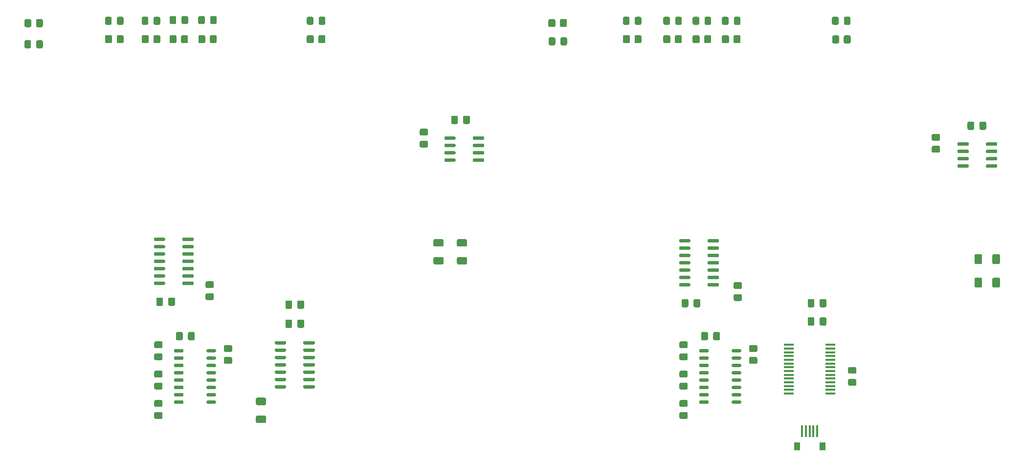
<source format=gbr>
%TF.GenerationSoftware,KiCad,Pcbnew,(5.1.9)-1*%
%TF.CreationDate,2021-11-28T20:19:45-05:00*%
%TF.ProjectId,Combined branches,436f6d62-696e-4656-9420-6272616e6368,rev?*%
%TF.SameCoordinates,Original*%
%TF.FileFunction,Paste,Top*%
%TF.FilePolarity,Positive*%
%FSLAX46Y46*%
G04 Gerber Fmt 4.6, Leading zero omitted, Abs format (unit mm)*
G04 Created by KiCad (PCBNEW (5.1.9)-1) date 2021-11-28 20:19:45*
%MOMM*%
%LPD*%
G01*
G04 APERTURE LIST*
%ADD10R,1.750000X0.450000*%
%ADD11R,1.100000X1.350000*%
%ADD12R,0.400000X2.000000*%
G04 APERTURE END LIST*
%TO.C,R2*%
G36*
G01*
X165490999Y-112406000D02*
X166741001Y-112406000D01*
G75*
G02*
X166991000Y-112655999I0J-249999D01*
G01*
X166991000Y-113456001D01*
G75*
G02*
X166741001Y-113706000I-249999J0D01*
G01*
X165490999Y-113706000D01*
G75*
G02*
X165241000Y-113456001I0J249999D01*
G01*
X165241000Y-112655999D01*
G75*
G02*
X165490999Y-112406000I249999J0D01*
G01*
G37*
G36*
G01*
X165490999Y-109306000D02*
X166741001Y-109306000D01*
G75*
G02*
X166991000Y-109555999I0J-249999D01*
G01*
X166991000Y-110356001D01*
G75*
G02*
X166741001Y-110606000I-249999J0D01*
G01*
X165490999Y-110606000D01*
G75*
G02*
X165241000Y-110356001I0J249999D01*
G01*
X165241000Y-109555999D01*
G75*
G02*
X165490999Y-109306000I249999J0D01*
G01*
G37*
%TD*%
%TO.C,R1*%
G36*
G01*
X169554999Y-112406000D02*
X170805001Y-112406000D01*
G75*
G02*
X171055000Y-112655999I0J-249999D01*
G01*
X171055000Y-113456001D01*
G75*
G02*
X170805001Y-113706000I-249999J0D01*
G01*
X169554999Y-113706000D01*
G75*
G02*
X169305000Y-113456001I0J249999D01*
G01*
X169305000Y-112655999D01*
G75*
G02*
X169554999Y-112406000I249999J0D01*
G01*
G37*
G36*
G01*
X169554999Y-109306000D02*
X170805001Y-109306000D01*
G75*
G02*
X171055000Y-109555999I0J-249999D01*
G01*
X171055000Y-110356001D01*
G75*
G02*
X170805001Y-110606000I-249999J0D01*
G01*
X169554999Y-110606000D01*
G75*
G02*
X169305000Y-110356001I0J249999D01*
G01*
X169305000Y-109555999D01*
G75*
G02*
X169554999Y-109306000I249999J0D01*
G01*
G37*
%TD*%
%TO.C,U5*%
G36*
G01*
X169061000Y-95481000D02*
X169061000Y-95781000D01*
G75*
G02*
X168911000Y-95931000I-150000J0D01*
G01*
X167261000Y-95931000D01*
G75*
G02*
X167111000Y-95781000I0J150000D01*
G01*
X167111000Y-95481000D01*
G75*
G02*
X167261000Y-95331000I150000J0D01*
G01*
X168911000Y-95331000D01*
G75*
G02*
X169061000Y-95481000I0J-150000D01*
G01*
G37*
G36*
G01*
X169061000Y-94211000D02*
X169061000Y-94511000D01*
G75*
G02*
X168911000Y-94661000I-150000J0D01*
G01*
X167261000Y-94661000D01*
G75*
G02*
X167111000Y-94511000I0J150000D01*
G01*
X167111000Y-94211000D01*
G75*
G02*
X167261000Y-94061000I150000J0D01*
G01*
X168911000Y-94061000D01*
G75*
G02*
X169061000Y-94211000I0J-150000D01*
G01*
G37*
G36*
G01*
X169061000Y-92941000D02*
X169061000Y-93241000D01*
G75*
G02*
X168911000Y-93391000I-150000J0D01*
G01*
X167261000Y-93391000D01*
G75*
G02*
X167111000Y-93241000I0J150000D01*
G01*
X167111000Y-92941000D01*
G75*
G02*
X167261000Y-92791000I150000J0D01*
G01*
X168911000Y-92791000D01*
G75*
G02*
X169061000Y-92941000I0J-150000D01*
G01*
G37*
G36*
G01*
X169061000Y-91671000D02*
X169061000Y-91971000D01*
G75*
G02*
X168911000Y-92121000I-150000J0D01*
G01*
X167261000Y-92121000D01*
G75*
G02*
X167111000Y-91971000I0J150000D01*
G01*
X167111000Y-91671000D01*
G75*
G02*
X167261000Y-91521000I150000J0D01*
G01*
X168911000Y-91521000D01*
G75*
G02*
X169061000Y-91671000I0J-150000D01*
G01*
G37*
G36*
G01*
X174011000Y-91671000D02*
X174011000Y-91971000D01*
G75*
G02*
X173861000Y-92121000I-150000J0D01*
G01*
X172211000Y-92121000D01*
G75*
G02*
X172061000Y-91971000I0J150000D01*
G01*
X172061000Y-91671000D01*
G75*
G02*
X172211000Y-91521000I150000J0D01*
G01*
X173861000Y-91521000D01*
G75*
G02*
X174011000Y-91671000I0J-150000D01*
G01*
G37*
G36*
G01*
X174011000Y-92941000D02*
X174011000Y-93241000D01*
G75*
G02*
X173861000Y-93391000I-150000J0D01*
G01*
X172211000Y-93391000D01*
G75*
G02*
X172061000Y-93241000I0J150000D01*
G01*
X172061000Y-92941000D01*
G75*
G02*
X172211000Y-92791000I150000J0D01*
G01*
X173861000Y-92791000D01*
G75*
G02*
X174011000Y-92941000I0J-150000D01*
G01*
G37*
G36*
G01*
X174011000Y-94211000D02*
X174011000Y-94511000D01*
G75*
G02*
X173861000Y-94661000I-150000J0D01*
G01*
X172211000Y-94661000D01*
G75*
G02*
X172061000Y-94511000I0J150000D01*
G01*
X172061000Y-94211000D01*
G75*
G02*
X172211000Y-94061000I150000J0D01*
G01*
X173861000Y-94061000D01*
G75*
G02*
X174011000Y-94211000I0J-150000D01*
G01*
G37*
G36*
G01*
X174011000Y-95481000D02*
X174011000Y-95781000D01*
G75*
G02*
X173861000Y-95931000I-150000J0D01*
G01*
X172211000Y-95931000D01*
G75*
G02*
X172061000Y-95781000I0J150000D01*
G01*
X172061000Y-95481000D01*
G75*
G02*
X172211000Y-95331000I150000J0D01*
G01*
X173861000Y-95331000D01*
G75*
G02*
X174011000Y-95481000I0J-150000D01*
G01*
G37*
%TD*%
%TO.C,C21*%
G36*
G01*
X164051000Y-91371000D02*
X163101000Y-91371000D01*
G75*
G02*
X162851000Y-91121000I0J250000D01*
G01*
X162851000Y-90446000D01*
G75*
G02*
X163101000Y-90196000I250000J0D01*
G01*
X164051000Y-90196000D01*
G75*
G02*
X164301000Y-90446000I0J-250000D01*
G01*
X164301000Y-91121000D01*
G75*
G02*
X164051000Y-91371000I-250000J0D01*
G01*
G37*
G36*
G01*
X164051000Y-93446000D02*
X163101000Y-93446000D01*
G75*
G02*
X162851000Y-93196000I0J250000D01*
G01*
X162851000Y-92521000D01*
G75*
G02*
X163101000Y-92271000I250000J0D01*
G01*
X164051000Y-92271000D01*
G75*
G02*
X164301000Y-92521000I0J-250000D01*
G01*
X164301000Y-93196000D01*
G75*
G02*
X164051000Y-93446000I-250000J0D01*
G01*
G37*
%TD*%
%TO.C,C20*%
G36*
G01*
X169476000Y-88171000D02*
X169476000Y-89121000D01*
G75*
G02*
X169226000Y-89371000I-250000J0D01*
G01*
X168551000Y-89371000D01*
G75*
G02*
X168301000Y-89121000I0J250000D01*
G01*
X168301000Y-88171000D01*
G75*
G02*
X168551000Y-87921000I250000J0D01*
G01*
X169226000Y-87921000D01*
G75*
G02*
X169476000Y-88171000I0J-250000D01*
G01*
G37*
G36*
G01*
X171551000Y-88171000D02*
X171551000Y-89121000D01*
G75*
G02*
X171301000Y-89371000I-250000J0D01*
G01*
X170626000Y-89371000D01*
G75*
G02*
X170376000Y-89121000I0J250000D01*
G01*
X170376000Y-88171000D01*
G75*
G02*
X170626000Y-87921000I250000J0D01*
G01*
X171301000Y-87921000D01*
G75*
G02*
X171551000Y-88171000I0J-250000D01*
G01*
G37*
%TD*%
%TO.C,U3*%
G36*
G01*
X142724000Y-127404000D02*
X142724000Y-127104000D01*
G75*
G02*
X142874000Y-126954000I150000J0D01*
G01*
X144524000Y-126954000D01*
G75*
G02*
X144674000Y-127104000I0J-150000D01*
G01*
X144674000Y-127404000D01*
G75*
G02*
X144524000Y-127554000I-150000J0D01*
G01*
X142874000Y-127554000D01*
G75*
G02*
X142724000Y-127404000I0J150000D01*
G01*
G37*
G36*
G01*
X142724000Y-128674000D02*
X142724000Y-128374000D01*
G75*
G02*
X142874000Y-128224000I150000J0D01*
G01*
X144524000Y-128224000D01*
G75*
G02*
X144674000Y-128374000I0J-150000D01*
G01*
X144674000Y-128674000D01*
G75*
G02*
X144524000Y-128824000I-150000J0D01*
G01*
X142874000Y-128824000D01*
G75*
G02*
X142724000Y-128674000I0J150000D01*
G01*
G37*
G36*
G01*
X142724000Y-129944000D02*
X142724000Y-129644000D01*
G75*
G02*
X142874000Y-129494000I150000J0D01*
G01*
X144524000Y-129494000D01*
G75*
G02*
X144674000Y-129644000I0J-150000D01*
G01*
X144674000Y-129944000D01*
G75*
G02*
X144524000Y-130094000I-150000J0D01*
G01*
X142874000Y-130094000D01*
G75*
G02*
X142724000Y-129944000I0J150000D01*
G01*
G37*
G36*
G01*
X142724000Y-131214000D02*
X142724000Y-130914000D01*
G75*
G02*
X142874000Y-130764000I150000J0D01*
G01*
X144524000Y-130764000D01*
G75*
G02*
X144674000Y-130914000I0J-150000D01*
G01*
X144674000Y-131214000D01*
G75*
G02*
X144524000Y-131364000I-150000J0D01*
G01*
X142874000Y-131364000D01*
G75*
G02*
X142724000Y-131214000I0J150000D01*
G01*
G37*
G36*
G01*
X142724000Y-132484000D02*
X142724000Y-132184000D01*
G75*
G02*
X142874000Y-132034000I150000J0D01*
G01*
X144524000Y-132034000D01*
G75*
G02*
X144674000Y-132184000I0J-150000D01*
G01*
X144674000Y-132484000D01*
G75*
G02*
X144524000Y-132634000I-150000J0D01*
G01*
X142874000Y-132634000D01*
G75*
G02*
X142724000Y-132484000I0J150000D01*
G01*
G37*
G36*
G01*
X142724000Y-133754000D02*
X142724000Y-133454000D01*
G75*
G02*
X142874000Y-133304000I150000J0D01*
G01*
X144524000Y-133304000D01*
G75*
G02*
X144674000Y-133454000I0J-150000D01*
G01*
X144674000Y-133754000D01*
G75*
G02*
X144524000Y-133904000I-150000J0D01*
G01*
X142874000Y-133904000D01*
G75*
G02*
X142724000Y-133754000I0J150000D01*
G01*
G37*
G36*
G01*
X142724000Y-135024000D02*
X142724000Y-134724000D01*
G75*
G02*
X142874000Y-134574000I150000J0D01*
G01*
X144524000Y-134574000D01*
G75*
G02*
X144674000Y-134724000I0J-150000D01*
G01*
X144674000Y-135024000D01*
G75*
G02*
X144524000Y-135174000I-150000J0D01*
G01*
X142874000Y-135174000D01*
G75*
G02*
X142724000Y-135024000I0J150000D01*
G01*
G37*
G36*
G01*
X137774000Y-135024000D02*
X137774000Y-134724000D01*
G75*
G02*
X137924000Y-134574000I150000J0D01*
G01*
X139574000Y-134574000D01*
G75*
G02*
X139724000Y-134724000I0J-150000D01*
G01*
X139724000Y-135024000D01*
G75*
G02*
X139574000Y-135174000I-150000J0D01*
G01*
X137924000Y-135174000D01*
G75*
G02*
X137774000Y-135024000I0J150000D01*
G01*
G37*
G36*
G01*
X137774000Y-133754000D02*
X137774000Y-133454000D01*
G75*
G02*
X137924000Y-133304000I150000J0D01*
G01*
X139574000Y-133304000D01*
G75*
G02*
X139724000Y-133454000I0J-150000D01*
G01*
X139724000Y-133754000D01*
G75*
G02*
X139574000Y-133904000I-150000J0D01*
G01*
X137924000Y-133904000D01*
G75*
G02*
X137774000Y-133754000I0J150000D01*
G01*
G37*
G36*
G01*
X137774000Y-132484000D02*
X137774000Y-132184000D01*
G75*
G02*
X137924000Y-132034000I150000J0D01*
G01*
X139574000Y-132034000D01*
G75*
G02*
X139724000Y-132184000I0J-150000D01*
G01*
X139724000Y-132484000D01*
G75*
G02*
X139574000Y-132634000I-150000J0D01*
G01*
X137924000Y-132634000D01*
G75*
G02*
X137774000Y-132484000I0J150000D01*
G01*
G37*
G36*
G01*
X137774000Y-131214000D02*
X137774000Y-130914000D01*
G75*
G02*
X137924000Y-130764000I150000J0D01*
G01*
X139574000Y-130764000D01*
G75*
G02*
X139724000Y-130914000I0J-150000D01*
G01*
X139724000Y-131214000D01*
G75*
G02*
X139574000Y-131364000I-150000J0D01*
G01*
X137924000Y-131364000D01*
G75*
G02*
X137774000Y-131214000I0J150000D01*
G01*
G37*
G36*
G01*
X137774000Y-129944000D02*
X137774000Y-129644000D01*
G75*
G02*
X137924000Y-129494000I150000J0D01*
G01*
X139574000Y-129494000D01*
G75*
G02*
X139724000Y-129644000I0J-150000D01*
G01*
X139724000Y-129944000D01*
G75*
G02*
X139574000Y-130094000I-150000J0D01*
G01*
X137924000Y-130094000D01*
G75*
G02*
X137774000Y-129944000I0J150000D01*
G01*
G37*
G36*
G01*
X137774000Y-128674000D02*
X137774000Y-128374000D01*
G75*
G02*
X137924000Y-128224000I150000J0D01*
G01*
X139574000Y-128224000D01*
G75*
G02*
X139724000Y-128374000I0J-150000D01*
G01*
X139724000Y-128674000D01*
G75*
G02*
X139574000Y-128824000I-150000J0D01*
G01*
X137924000Y-128824000D01*
G75*
G02*
X137774000Y-128674000I0J150000D01*
G01*
G37*
G36*
G01*
X137774000Y-127404000D02*
X137774000Y-127104000D01*
G75*
G02*
X137924000Y-126954000I150000J0D01*
G01*
X139574000Y-126954000D01*
G75*
G02*
X139724000Y-127104000I0J-150000D01*
G01*
X139724000Y-127404000D01*
G75*
G02*
X139574000Y-127554000I-150000J0D01*
G01*
X137924000Y-127554000D01*
G75*
G02*
X137774000Y-127404000I0J150000D01*
G01*
G37*
%TD*%
%TO.C,R7*%
G36*
G01*
X134756999Y-139864000D02*
X136007001Y-139864000D01*
G75*
G02*
X136257000Y-140113999I0J-249999D01*
G01*
X136257000Y-140914001D01*
G75*
G02*
X136007001Y-141164000I-249999J0D01*
G01*
X134756999Y-141164000D01*
G75*
G02*
X134507000Y-140914001I0J249999D01*
G01*
X134507000Y-140113999D01*
G75*
G02*
X134756999Y-139864000I249999J0D01*
G01*
G37*
G36*
G01*
X134756999Y-136764000D02*
X136007001Y-136764000D01*
G75*
G02*
X136257000Y-137013999I0J-249999D01*
G01*
X136257000Y-137814001D01*
G75*
G02*
X136007001Y-138064000I-249999J0D01*
G01*
X134756999Y-138064000D01*
G75*
G02*
X134507000Y-137814001I0J249999D01*
G01*
X134507000Y-137013999D01*
G75*
G02*
X134756999Y-136764000I249999J0D01*
G01*
G37*
%TD*%
%TO.C,C7*%
G36*
G01*
X141674000Y-124427000D02*
X141674000Y-123477000D01*
G75*
G02*
X141924000Y-123227000I250000J0D01*
G01*
X142599000Y-123227000D01*
G75*
G02*
X142849000Y-123477000I0J-250000D01*
G01*
X142849000Y-124427000D01*
G75*
G02*
X142599000Y-124677000I-250000J0D01*
G01*
X141924000Y-124677000D01*
G75*
G02*
X141674000Y-124427000I0J250000D01*
G01*
G37*
G36*
G01*
X139599000Y-124427000D02*
X139599000Y-123477000D01*
G75*
G02*
X139849000Y-123227000I250000J0D01*
G01*
X140524000Y-123227000D01*
G75*
G02*
X140774000Y-123477000I0J-250000D01*
G01*
X140774000Y-124427000D01*
G75*
G02*
X140524000Y-124677000I-250000J0D01*
G01*
X139849000Y-124677000D01*
G75*
G02*
X139599000Y-124427000I0J250000D01*
G01*
G37*
%TD*%
%TO.C,C6*%
G36*
G01*
X141674000Y-121125000D02*
X141674000Y-120175000D01*
G75*
G02*
X141924000Y-119925000I250000J0D01*
G01*
X142599000Y-119925000D01*
G75*
G02*
X142849000Y-120175000I0J-250000D01*
G01*
X142849000Y-121125000D01*
G75*
G02*
X142599000Y-121375000I-250000J0D01*
G01*
X141924000Y-121375000D01*
G75*
G02*
X141674000Y-121125000I0J250000D01*
G01*
G37*
G36*
G01*
X139599000Y-121125000D02*
X139599000Y-120175000D01*
G75*
G02*
X139849000Y-119925000I250000J0D01*
G01*
X140524000Y-119925000D01*
G75*
G02*
X140774000Y-120175000I0J-250000D01*
G01*
X140774000Y-121125000D01*
G75*
G02*
X140524000Y-121375000I-250000J0D01*
G01*
X139849000Y-121375000D01*
G75*
G02*
X139599000Y-121125000I0J250000D01*
G01*
G37*
%TD*%
%TO.C,U4*%
G36*
G01*
X118769000Y-116817000D02*
X118769000Y-117117000D01*
G75*
G02*
X118619000Y-117267000I-150000J0D01*
G01*
X116969000Y-117267000D01*
G75*
G02*
X116819000Y-117117000I0J150000D01*
G01*
X116819000Y-116817000D01*
G75*
G02*
X116969000Y-116667000I150000J0D01*
G01*
X118619000Y-116667000D01*
G75*
G02*
X118769000Y-116817000I0J-150000D01*
G01*
G37*
G36*
G01*
X118769000Y-115547000D02*
X118769000Y-115847000D01*
G75*
G02*
X118619000Y-115997000I-150000J0D01*
G01*
X116969000Y-115997000D01*
G75*
G02*
X116819000Y-115847000I0J150000D01*
G01*
X116819000Y-115547000D01*
G75*
G02*
X116969000Y-115397000I150000J0D01*
G01*
X118619000Y-115397000D01*
G75*
G02*
X118769000Y-115547000I0J-150000D01*
G01*
G37*
G36*
G01*
X118769000Y-114277000D02*
X118769000Y-114577000D01*
G75*
G02*
X118619000Y-114727000I-150000J0D01*
G01*
X116969000Y-114727000D01*
G75*
G02*
X116819000Y-114577000I0J150000D01*
G01*
X116819000Y-114277000D01*
G75*
G02*
X116969000Y-114127000I150000J0D01*
G01*
X118619000Y-114127000D01*
G75*
G02*
X118769000Y-114277000I0J-150000D01*
G01*
G37*
G36*
G01*
X118769000Y-113007000D02*
X118769000Y-113307000D01*
G75*
G02*
X118619000Y-113457000I-150000J0D01*
G01*
X116969000Y-113457000D01*
G75*
G02*
X116819000Y-113307000I0J150000D01*
G01*
X116819000Y-113007000D01*
G75*
G02*
X116969000Y-112857000I150000J0D01*
G01*
X118619000Y-112857000D01*
G75*
G02*
X118769000Y-113007000I0J-150000D01*
G01*
G37*
G36*
G01*
X118769000Y-111737000D02*
X118769000Y-112037000D01*
G75*
G02*
X118619000Y-112187000I-150000J0D01*
G01*
X116969000Y-112187000D01*
G75*
G02*
X116819000Y-112037000I0J150000D01*
G01*
X116819000Y-111737000D01*
G75*
G02*
X116969000Y-111587000I150000J0D01*
G01*
X118619000Y-111587000D01*
G75*
G02*
X118769000Y-111737000I0J-150000D01*
G01*
G37*
G36*
G01*
X118769000Y-110467000D02*
X118769000Y-110767000D01*
G75*
G02*
X118619000Y-110917000I-150000J0D01*
G01*
X116969000Y-110917000D01*
G75*
G02*
X116819000Y-110767000I0J150000D01*
G01*
X116819000Y-110467000D01*
G75*
G02*
X116969000Y-110317000I150000J0D01*
G01*
X118619000Y-110317000D01*
G75*
G02*
X118769000Y-110467000I0J-150000D01*
G01*
G37*
G36*
G01*
X118769000Y-109197000D02*
X118769000Y-109497000D01*
G75*
G02*
X118619000Y-109647000I-150000J0D01*
G01*
X116969000Y-109647000D01*
G75*
G02*
X116819000Y-109497000I0J150000D01*
G01*
X116819000Y-109197000D01*
G75*
G02*
X116969000Y-109047000I150000J0D01*
G01*
X118619000Y-109047000D01*
G75*
G02*
X118769000Y-109197000I0J-150000D01*
G01*
G37*
G36*
G01*
X123719000Y-109197000D02*
X123719000Y-109497000D01*
G75*
G02*
X123569000Y-109647000I-150000J0D01*
G01*
X121919000Y-109647000D01*
G75*
G02*
X121769000Y-109497000I0J150000D01*
G01*
X121769000Y-109197000D01*
G75*
G02*
X121919000Y-109047000I150000J0D01*
G01*
X123569000Y-109047000D01*
G75*
G02*
X123719000Y-109197000I0J-150000D01*
G01*
G37*
G36*
G01*
X123719000Y-110467000D02*
X123719000Y-110767000D01*
G75*
G02*
X123569000Y-110917000I-150000J0D01*
G01*
X121919000Y-110917000D01*
G75*
G02*
X121769000Y-110767000I0J150000D01*
G01*
X121769000Y-110467000D01*
G75*
G02*
X121919000Y-110317000I150000J0D01*
G01*
X123569000Y-110317000D01*
G75*
G02*
X123719000Y-110467000I0J-150000D01*
G01*
G37*
G36*
G01*
X123719000Y-111737000D02*
X123719000Y-112037000D01*
G75*
G02*
X123569000Y-112187000I-150000J0D01*
G01*
X121919000Y-112187000D01*
G75*
G02*
X121769000Y-112037000I0J150000D01*
G01*
X121769000Y-111737000D01*
G75*
G02*
X121919000Y-111587000I150000J0D01*
G01*
X123569000Y-111587000D01*
G75*
G02*
X123719000Y-111737000I0J-150000D01*
G01*
G37*
G36*
G01*
X123719000Y-113007000D02*
X123719000Y-113307000D01*
G75*
G02*
X123569000Y-113457000I-150000J0D01*
G01*
X121919000Y-113457000D01*
G75*
G02*
X121769000Y-113307000I0J150000D01*
G01*
X121769000Y-113007000D01*
G75*
G02*
X121919000Y-112857000I150000J0D01*
G01*
X123569000Y-112857000D01*
G75*
G02*
X123719000Y-113007000I0J-150000D01*
G01*
G37*
G36*
G01*
X123719000Y-114277000D02*
X123719000Y-114577000D01*
G75*
G02*
X123569000Y-114727000I-150000J0D01*
G01*
X121919000Y-114727000D01*
G75*
G02*
X121769000Y-114577000I0J150000D01*
G01*
X121769000Y-114277000D01*
G75*
G02*
X121919000Y-114127000I150000J0D01*
G01*
X123569000Y-114127000D01*
G75*
G02*
X123719000Y-114277000I0J-150000D01*
G01*
G37*
G36*
G01*
X123719000Y-115547000D02*
X123719000Y-115847000D01*
G75*
G02*
X123569000Y-115997000I-150000J0D01*
G01*
X121919000Y-115997000D01*
G75*
G02*
X121769000Y-115847000I0J150000D01*
G01*
X121769000Y-115547000D01*
G75*
G02*
X121919000Y-115397000I150000J0D01*
G01*
X123569000Y-115397000D01*
G75*
G02*
X123719000Y-115547000I0J-150000D01*
G01*
G37*
G36*
G01*
X123719000Y-116817000D02*
X123719000Y-117117000D01*
G75*
G02*
X123569000Y-117267000I-150000J0D01*
G01*
X121919000Y-117267000D01*
G75*
G02*
X121769000Y-117117000I0J150000D01*
G01*
X121769000Y-116817000D01*
G75*
G02*
X121919000Y-116667000I150000J0D01*
G01*
X123569000Y-116667000D01*
G75*
G02*
X123719000Y-116817000I0J-150000D01*
G01*
G37*
%TD*%
%TO.C,C10*%
G36*
G01*
X126017000Y-118687000D02*
X126967000Y-118687000D01*
G75*
G02*
X127217000Y-118937000I0J-250000D01*
G01*
X127217000Y-119612000D01*
G75*
G02*
X126967000Y-119862000I-250000J0D01*
G01*
X126017000Y-119862000D01*
G75*
G02*
X125767000Y-119612000I0J250000D01*
G01*
X125767000Y-118937000D01*
G75*
G02*
X126017000Y-118687000I250000J0D01*
G01*
G37*
G36*
G01*
X126017000Y-116612000D02*
X126967000Y-116612000D01*
G75*
G02*
X127217000Y-116862000I0J-250000D01*
G01*
X127217000Y-117537000D01*
G75*
G02*
X126967000Y-117787000I-250000J0D01*
G01*
X126017000Y-117787000D01*
G75*
G02*
X125767000Y-117537000I0J250000D01*
G01*
X125767000Y-116862000D01*
G75*
G02*
X126017000Y-116612000I250000J0D01*
G01*
G37*
%TD*%
%TO.C,C9*%
G36*
G01*
X119322000Y-120617000D02*
X119322000Y-119667000D01*
G75*
G02*
X119572000Y-119417000I250000J0D01*
G01*
X120247000Y-119417000D01*
G75*
G02*
X120497000Y-119667000I0J-250000D01*
G01*
X120497000Y-120617000D01*
G75*
G02*
X120247000Y-120867000I-250000J0D01*
G01*
X119572000Y-120867000D01*
G75*
G02*
X119322000Y-120617000I0J250000D01*
G01*
G37*
G36*
G01*
X117247000Y-120617000D02*
X117247000Y-119667000D01*
G75*
G02*
X117497000Y-119417000I250000J0D01*
G01*
X118172000Y-119417000D01*
G75*
G02*
X118422000Y-119667000I0J-250000D01*
G01*
X118422000Y-120617000D01*
G75*
G02*
X118172000Y-120867000I-250000J0D01*
G01*
X117497000Y-120867000D01*
G75*
G02*
X117247000Y-120617000I0J250000D01*
G01*
G37*
%TD*%
%TO.C,U2*%
G36*
G01*
X126146999Y-137216000D02*
X127406997Y-137216000D01*
G75*
G02*
X127601997Y-137411000I0J-195000D01*
G01*
X127601997Y-137671000D01*
G75*
G02*
X127406997Y-137866000I-195000J0D01*
G01*
X126146999Y-137866000D01*
G75*
G02*
X125951999Y-137671000I0J195000D01*
G01*
X125951999Y-137411000D01*
G75*
G02*
X126146999Y-137216000I195000J0D01*
G01*
G37*
G36*
G01*
X126146999Y-135946000D02*
X127406997Y-135946000D01*
G75*
G02*
X127601997Y-136141000I0J-195000D01*
G01*
X127601997Y-136401000D01*
G75*
G02*
X127406997Y-136596000I-195000J0D01*
G01*
X126146999Y-136596000D01*
G75*
G02*
X125951999Y-136401000I0J195000D01*
G01*
X125951999Y-136141000D01*
G75*
G02*
X126146999Y-135946000I195000J0D01*
G01*
G37*
G36*
G01*
X126146999Y-134676000D02*
X127406997Y-134676000D01*
G75*
G02*
X127601997Y-134871000I0J-195000D01*
G01*
X127601997Y-135131000D01*
G75*
G02*
X127406997Y-135326000I-195000J0D01*
G01*
X126146999Y-135326000D01*
G75*
G02*
X125951999Y-135131000I0J195000D01*
G01*
X125951999Y-134871000D01*
G75*
G02*
X126146999Y-134676000I195000J0D01*
G01*
G37*
G36*
G01*
X126146999Y-133406000D02*
X127406997Y-133406000D01*
G75*
G02*
X127601997Y-133601000I0J-195000D01*
G01*
X127601997Y-133861000D01*
G75*
G02*
X127406997Y-134056000I-195000J0D01*
G01*
X126146999Y-134056000D01*
G75*
G02*
X125951999Y-133861000I0J195000D01*
G01*
X125951999Y-133601000D01*
G75*
G02*
X126146999Y-133406000I195000J0D01*
G01*
G37*
G36*
G01*
X126146999Y-132136000D02*
X127406997Y-132136000D01*
G75*
G02*
X127601997Y-132331000I0J-195000D01*
G01*
X127601997Y-132591000D01*
G75*
G02*
X127406997Y-132786000I-195000J0D01*
G01*
X126146999Y-132786000D01*
G75*
G02*
X125951999Y-132591000I0J195000D01*
G01*
X125951999Y-132331000D01*
G75*
G02*
X126146999Y-132136000I195000J0D01*
G01*
G37*
G36*
G01*
X126146999Y-130866000D02*
X127406997Y-130866000D01*
G75*
G02*
X127601997Y-131061000I0J-195000D01*
G01*
X127601997Y-131321000D01*
G75*
G02*
X127406997Y-131516000I-195000J0D01*
G01*
X126146999Y-131516000D01*
G75*
G02*
X125951999Y-131321000I0J195000D01*
G01*
X125951999Y-131061000D01*
G75*
G02*
X126146999Y-130866000I195000J0D01*
G01*
G37*
G36*
G01*
X126146999Y-129596000D02*
X127406997Y-129596000D01*
G75*
G02*
X127601997Y-129791000I0J-195000D01*
G01*
X127601997Y-130051000D01*
G75*
G02*
X127406997Y-130246000I-195000J0D01*
G01*
X126146999Y-130246000D01*
G75*
G02*
X125951999Y-130051000I0J195000D01*
G01*
X125951999Y-129791000D01*
G75*
G02*
X126146999Y-129596000I195000J0D01*
G01*
G37*
G36*
G01*
X126146999Y-128326000D02*
X127406997Y-128326000D01*
G75*
G02*
X127601997Y-128521000I0J-195000D01*
G01*
X127601997Y-128781000D01*
G75*
G02*
X127406997Y-128976000I-195000J0D01*
G01*
X126146999Y-128976000D01*
G75*
G02*
X125951999Y-128781000I0J195000D01*
G01*
X125951999Y-128521000D01*
G75*
G02*
X126146999Y-128326000I195000J0D01*
G01*
G37*
G36*
G01*
X120497000Y-137216000D02*
X121756998Y-137216000D01*
G75*
G02*
X121951998Y-137411000I0J-195000D01*
G01*
X121951998Y-137671000D01*
G75*
G02*
X121756998Y-137866000I-195000J0D01*
G01*
X120497000Y-137866000D01*
G75*
G02*
X120302000Y-137671000I0J195000D01*
G01*
X120302000Y-137411000D01*
G75*
G02*
X120497000Y-137216000I195000J0D01*
G01*
G37*
G36*
G01*
X120497000Y-135946000D02*
X121756998Y-135946000D01*
G75*
G02*
X121951998Y-136141000I0J-195000D01*
G01*
X121951998Y-136401000D01*
G75*
G02*
X121756998Y-136596000I-195000J0D01*
G01*
X120497000Y-136596000D01*
G75*
G02*
X120302000Y-136401000I0J195000D01*
G01*
X120302000Y-136141000D01*
G75*
G02*
X120497000Y-135946000I195000J0D01*
G01*
G37*
G36*
G01*
X120497000Y-134676000D02*
X121756998Y-134676000D01*
G75*
G02*
X121951998Y-134871000I0J-195000D01*
G01*
X121951998Y-135131000D01*
G75*
G02*
X121756998Y-135326000I-195000J0D01*
G01*
X120497000Y-135326000D01*
G75*
G02*
X120302000Y-135131000I0J195000D01*
G01*
X120302000Y-134871000D01*
G75*
G02*
X120497000Y-134676000I195000J0D01*
G01*
G37*
G36*
G01*
X120497000Y-133406000D02*
X121756998Y-133406000D01*
G75*
G02*
X121951998Y-133601000I0J-195000D01*
G01*
X121951998Y-133861000D01*
G75*
G02*
X121756998Y-134056000I-195000J0D01*
G01*
X120497000Y-134056000D01*
G75*
G02*
X120302000Y-133861000I0J195000D01*
G01*
X120302000Y-133601000D01*
G75*
G02*
X120497000Y-133406000I195000J0D01*
G01*
G37*
G36*
G01*
X120497000Y-132136000D02*
X121756998Y-132136000D01*
G75*
G02*
X121951998Y-132331000I0J-195000D01*
G01*
X121951998Y-132591000D01*
G75*
G02*
X121756998Y-132786000I-195000J0D01*
G01*
X120497000Y-132786000D01*
G75*
G02*
X120302000Y-132591000I0J195000D01*
G01*
X120302000Y-132331000D01*
G75*
G02*
X120497000Y-132136000I195000J0D01*
G01*
G37*
G36*
G01*
X120497000Y-130866000D02*
X121756998Y-130866000D01*
G75*
G02*
X121951998Y-131061000I0J-195000D01*
G01*
X121951998Y-131321000D01*
G75*
G02*
X121756998Y-131516000I-195000J0D01*
G01*
X120497000Y-131516000D01*
G75*
G02*
X120302000Y-131321000I0J195000D01*
G01*
X120302000Y-131061000D01*
G75*
G02*
X120497000Y-130866000I195000J0D01*
G01*
G37*
G36*
G01*
X120497000Y-129596000D02*
X121756998Y-129596000D01*
G75*
G02*
X121951998Y-129791000I0J-195000D01*
G01*
X121951998Y-130051000D01*
G75*
G02*
X121756998Y-130246000I-195000J0D01*
G01*
X120497000Y-130246000D01*
G75*
G02*
X120302000Y-130051000I0J195000D01*
G01*
X120302000Y-129791000D01*
G75*
G02*
X120497000Y-129596000I195000J0D01*
G01*
G37*
G36*
G01*
X120497000Y-128326000D02*
X121756998Y-128326000D01*
G75*
G02*
X121951998Y-128521000I0J-195000D01*
G01*
X121951998Y-128781000D01*
G75*
G02*
X121756998Y-128976000I-195000J0D01*
G01*
X120497000Y-128976000D01*
G75*
G02*
X120302000Y-128781000I0J195000D01*
G01*
X120302000Y-128521000D01*
G75*
G02*
X120497000Y-128326000I195000J0D01*
G01*
G37*
%TD*%
%TO.C,R12*%
G36*
G01*
X145307000Y-75126001D02*
X145307000Y-74225999D01*
G75*
G02*
X145556999Y-73976000I249999J0D01*
G01*
X146257001Y-73976000D01*
G75*
G02*
X146507000Y-74225999I0J-249999D01*
G01*
X146507000Y-75126001D01*
G75*
G02*
X146257001Y-75376000I-249999J0D01*
G01*
X145556999Y-75376000D01*
G75*
G02*
X145307000Y-75126001I0J249999D01*
G01*
G37*
G36*
G01*
X143307000Y-75126001D02*
X143307000Y-74225999D01*
G75*
G02*
X143556999Y-73976000I249999J0D01*
G01*
X144257001Y-73976000D01*
G75*
G02*
X144507000Y-74225999I0J-249999D01*
G01*
X144507000Y-75126001D01*
G75*
G02*
X144257001Y-75376000I-249999J0D01*
G01*
X143556999Y-75376000D01*
G75*
G02*
X143307000Y-75126001I0J249999D01*
G01*
G37*
%TD*%
%TO.C,R11*%
G36*
G01*
X95612000Y-71455999D02*
X95612000Y-72356001D01*
G75*
G02*
X95362001Y-72606000I-249999J0D01*
G01*
X94661999Y-72606000D01*
G75*
G02*
X94412000Y-72356001I0J249999D01*
G01*
X94412000Y-71455999D01*
G75*
G02*
X94661999Y-71206000I249999J0D01*
G01*
X95362001Y-71206000D01*
G75*
G02*
X95612000Y-71455999I0J-249999D01*
G01*
G37*
G36*
G01*
X97612000Y-71455999D02*
X97612000Y-72356001D01*
G75*
G02*
X97362001Y-72606000I-249999J0D01*
G01*
X96661999Y-72606000D01*
G75*
G02*
X96412000Y-72356001I0J249999D01*
G01*
X96412000Y-71455999D01*
G75*
G02*
X96661999Y-71206000I249999J0D01*
G01*
X97362001Y-71206000D01*
G75*
G02*
X97612000Y-71455999I0J-249999D01*
G01*
G37*
%TD*%
%TO.C,R10*%
G36*
G01*
X115932000Y-74225999D02*
X115932000Y-75126001D01*
G75*
G02*
X115682001Y-75376000I-249999J0D01*
G01*
X114981999Y-75376000D01*
G75*
G02*
X114732000Y-75126001I0J249999D01*
G01*
X114732000Y-74225999D01*
G75*
G02*
X114981999Y-73976000I249999J0D01*
G01*
X115682001Y-73976000D01*
G75*
G02*
X115932000Y-74225999I0J-249999D01*
G01*
G37*
G36*
G01*
X117932000Y-74225999D02*
X117932000Y-75126001D01*
G75*
G02*
X117682001Y-75376000I-249999J0D01*
G01*
X116981999Y-75376000D01*
G75*
G02*
X116732000Y-75126001I0J249999D01*
G01*
X116732000Y-74225999D01*
G75*
G02*
X116981999Y-73976000I249999J0D01*
G01*
X117682001Y-73976000D01*
G75*
G02*
X117932000Y-74225999I0J-249999D01*
G01*
G37*
%TD*%
%TO.C,R9*%
G36*
G01*
X109582000Y-74225999D02*
X109582000Y-75126001D01*
G75*
G02*
X109332001Y-75376000I-249999J0D01*
G01*
X108631999Y-75376000D01*
G75*
G02*
X108382000Y-75126001I0J249999D01*
G01*
X108382000Y-74225999D01*
G75*
G02*
X108631999Y-73976000I249999J0D01*
G01*
X109332001Y-73976000D01*
G75*
G02*
X109582000Y-74225999I0J-249999D01*
G01*
G37*
G36*
G01*
X111582000Y-74225999D02*
X111582000Y-75126001D01*
G75*
G02*
X111332001Y-75376000I-249999J0D01*
G01*
X110631999Y-75376000D01*
G75*
G02*
X110382000Y-75126001I0J249999D01*
G01*
X110382000Y-74225999D01*
G75*
G02*
X110631999Y-73976000I249999J0D01*
G01*
X111332001Y-73976000D01*
G75*
G02*
X111582000Y-74225999I0J-249999D01*
G01*
G37*
%TD*%
%TO.C,D12*%
G36*
G01*
X145357000Y-71951001D02*
X145357000Y-71050999D01*
G75*
G02*
X145606999Y-70801000I249999J0D01*
G01*
X146257001Y-70801000D01*
G75*
G02*
X146507000Y-71050999I0J-249999D01*
G01*
X146507000Y-71951001D01*
G75*
G02*
X146257001Y-72201000I-249999J0D01*
G01*
X145606999Y-72201000D01*
G75*
G02*
X145357000Y-71951001I0J249999D01*
G01*
G37*
G36*
G01*
X143307000Y-71951001D02*
X143307000Y-71050999D01*
G75*
G02*
X143556999Y-70801000I249999J0D01*
G01*
X144207001Y-70801000D01*
G75*
G02*
X144457000Y-71050999I0J-249999D01*
G01*
X144457000Y-71951001D01*
G75*
G02*
X144207001Y-72201000I-249999J0D01*
G01*
X143556999Y-72201000D01*
G75*
G02*
X143307000Y-71951001I0J249999D01*
G01*
G37*
%TD*%
%TO.C,D11*%
G36*
G01*
X95562000Y-75114999D02*
X95562000Y-76015001D01*
G75*
G02*
X95312001Y-76265000I-249999J0D01*
G01*
X94661999Y-76265000D01*
G75*
G02*
X94412000Y-76015001I0J249999D01*
G01*
X94412000Y-75114999D01*
G75*
G02*
X94661999Y-74865000I249999J0D01*
G01*
X95312001Y-74865000D01*
G75*
G02*
X95562000Y-75114999I0J-249999D01*
G01*
G37*
G36*
G01*
X97612000Y-75114999D02*
X97612000Y-76015001D01*
G75*
G02*
X97362001Y-76265000I-249999J0D01*
G01*
X96711999Y-76265000D01*
G75*
G02*
X96462000Y-76015001I0J249999D01*
G01*
X96462000Y-75114999D01*
G75*
G02*
X96711999Y-74865000I249999J0D01*
G01*
X97362001Y-74865000D01*
G75*
G02*
X97612000Y-75114999I0J-249999D01*
G01*
G37*
%TD*%
%TO.C,D10*%
G36*
G01*
X115882000Y-71050999D02*
X115882000Y-71951001D01*
G75*
G02*
X115632001Y-72201000I-249999J0D01*
G01*
X114981999Y-72201000D01*
G75*
G02*
X114732000Y-71951001I0J249999D01*
G01*
X114732000Y-71050999D01*
G75*
G02*
X114981999Y-70801000I249999J0D01*
G01*
X115632001Y-70801000D01*
G75*
G02*
X115882000Y-71050999I0J-249999D01*
G01*
G37*
G36*
G01*
X117932000Y-71050999D02*
X117932000Y-71951001D01*
G75*
G02*
X117682001Y-72201000I-249999J0D01*
G01*
X117031999Y-72201000D01*
G75*
G02*
X116782000Y-71951001I0J249999D01*
G01*
X116782000Y-71050999D01*
G75*
G02*
X117031999Y-70801000I249999J0D01*
G01*
X117682001Y-70801000D01*
G75*
G02*
X117932000Y-71050999I0J-249999D01*
G01*
G37*
%TD*%
%TO.C,D9*%
G36*
G01*
X109532000Y-71050999D02*
X109532000Y-71951001D01*
G75*
G02*
X109282001Y-72201000I-249999J0D01*
G01*
X108631999Y-72201000D01*
G75*
G02*
X108382000Y-71951001I0J249999D01*
G01*
X108382000Y-71050999D01*
G75*
G02*
X108631999Y-70801000I249999J0D01*
G01*
X109282001Y-70801000D01*
G75*
G02*
X109532000Y-71050999I0J-249999D01*
G01*
G37*
G36*
G01*
X111582000Y-71050999D02*
X111582000Y-71951001D01*
G75*
G02*
X111332001Y-72201000I-249999J0D01*
G01*
X110681999Y-72201000D01*
G75*
G02*
X110432000Y-71951001I0J249999D01*
G01*
X110432000Y-71050999D01*
G75*
G02*
X110681999Y-70801000I249999J0D01*
G01*
X111332001Y-70801000D01*
G75*
G02*
X111582000Y-71050999I0J-249999D01*
G01*
G37*
%TD*%
%TO.C,R4*%
G36*
G01*
X120742000Y-74225999D02*
X120742000Y-75126001D01*
G75*
G02*
X120492001Y-75376000I-249999J0D01*
G01*
X119791999Y-75376000D01*
G75*
G02*
X119542000Y-75126001I0J249999D01*
G01*
X119542000Y-74225999D01*
G75*
G02*
X119791999Y-73976000I249999J0D01*
G01*
X120492001Y-73976000D01*
G75*
G02*
X120742000Y-74225999I0J-249999D01*
G01*
G37*
G36*
G01*
X122742000Y-74225999D02*
X122742000Y-75126001D01*
G75*
G02*
X122492001Y-75376000I-249999J0D01*
G01*
X121791999Y-75376000D01*
G75*
G02*
X121542000Y-75126001I0J249999D01*
G01*
X121542000Y-74225999D01*
G75*
G02*
X121791999Y-73976000I249999J0D01*
G01*
X122492001Y-73976000D01*
G75*
G02*
X122742000Y-74225999I0J-249999D01*
G01*
G37*
%TD*%
%TO.C,R3*%
G36*
G01*
X125727000Y-74225999D02*
X125727000Y-75126001D01*
G75*
G02*
X125477001Y-75376000I-249999J0D01*
G01*
X124776999Y-75376000D01*
G75*
G02*
X124527000Y-75126001I0J249999D01*
G01*
X124527000Y-74225999D01*
G75*
G02*
X124776999Y-73976000I249999J0D01*
G01*
X125477001Y-73976000D01*
G75*
G02*
X125727000Y-74225999I0J-249999D01*
G01*
G37*
G36*
G01*
X127727000Y-74225999D02*
X127727000Y-75126001D01*
G75*
G02*
X127477001Y-75376000I-249999J0D01*
G01*
X126776999Y-75376000D01*
G75*
G02*
X126527000Y-75126001I0J249999D01*
G01*
X126527000Y-74225999D01*
G75*
G02*
X126776999Y-73976000I249999J0D01*
G01*
X127477001Y-73976000D01*
G75*
G02*
X127727000Y-74225999I0J-249999D01*
G01*
G37*
%TD*%
%TO.C,D4*%
G36*
G01*
X120708000Y-70923999D02*
X120708000Y-71824001D01*
G75*
G02*
X120458001Y-72074000I-249999J0D01*
G01*
X119807999Y-72074000D01*
G75*
G02*
X119558000Y-71824001I0J249999D01*
G01*
X119558000Y-70923999D01*
G75*
G02*
X119807999Y-70674000I249999J0D01*
G01*
X120458001Y-70674000D01*
G75*
G02*
X120708000Y-70923999I0J-249999D01*
G01*
G37*
G36*
G01*
X122758000Y-70923999D02*
X122758000Y-71824001D01*
G75*
G02*
X122508001Y-72074000I-249999J0D01*
G01*
X121857999Y-72074000D01*
G75*
G02*
X121608000Y-71824001I0J249999D01*
G01*
X121608000Y-70923999D01*
G75*
G02*
X121857999Y-70674000I249999J0D01*
G01*
X122508001Y-70674000D01*
G75*
G02*
X122758000Y-70923999I0J-249999D01*
G01*
G37*
%TD*%
%TO.C,D3*%
G36*
G01*
X125661000Y-70923999D02*
X125661000Y-71824001D01*
G75*
G02*
X125411001Y-72074000I-249999J0D01*
G01*
X124760999Y-72074000D01*
G75*
G02*
X124511000Y-71824001I0J249999D01*
G01*
X124511000Y-70923999D01*
G75*
G02*
X124760999Y-70674000I249999J0D01*
G01*
X125411001Y-70674000D01*
G75*
G02*
X125661000Y-70923999I0J-249999D01*
G01*
G37*
G36*
G01*
X127711000Y-70923999D02*
X127711000Y-71824001D01*
G75*
G02*
X127461001Y-72074000I-249999J0D01*
G01*
X126810999Y-72074000D01*
G75*
G02*
X126561000Y-71824001I0J249999D01*
G01*
X126561000Y-70923999D01*
G75*
G02*
X126810999Y-70674000I249999J0D01*
G01*
X127461001Y-70674000D01*
G75*
G02*
X127711000Y-70923999I0J-249999D01*
G01*
G37*
%TD*%
%TO.C,C5*%
G36*
G01*
X129192000Y-129736000D02*
X130142000Y-129736000D01*
G75*
G02*
X130392000Y-129986000I0J-250000D01*
G01*
X130392000Y-130661000D01*
G75*
G02*
X130142000Y-130911000I-250000J0D01*
G01*
X129192000Y-130911000D01*
G75*
G02*
X128942000Y-130661000I0J250000D01*
G01*
X128942000Y-129986000D01*
G75*
G02*
X129192000Y-129736000I250000J0D01*
G01*
G37*
G36*
G01*
X129192000Y-127661000D02*
X130142000Y-127661000D01*
G75*
G02*
X130392000Y-127911000I0J-250000D01*
G01*
X130392000Y-128586000D01*
G75*
G02*
X130142000Y-128836000I-250000J0D01*
G01*
X129192000Y-128836000D01*
G75*
G02*
X128942000Y-128586000I0J250000D01*
G01*
X128942000Y-127911000D01*
G75*
G02*
X129192000Y-127661000I250000J0D01*
G01*
G37*
%TD*%
%TO.C,C4*%
G36*
G01*
X118077000Y-138361000D02*
X117127000Y-138361000D01*
G75*
G02*
X116877000Y-138111000I0J250000D01*
G01*
X116877000Y-137436000D01*
G75*
G02*
X117127000Y-137186000I250000J0D01*
G01*
X118077000Y-137186000D01*
G75*
G02*
X118327000Y-137436000I0J-250000D01*
G01*
X118327000Y-138111000D01*
G75*
G02*
X118077000Y-138361000I-250000J0D01*
G01*
G37*
G36*
G01*
X118077000Y-140436000D02*
X117127000Y-140436000D01*
G75*
G02*
X116877000Y-140186000I0J250000D01*
G01*
X116877000Y-139511000D01*
G75*
G02*
X117127000Y-139261000I250000J0D01*
G01*
X118077000Y-139261000D01*
G75*
G02*
X118327000Y-139511000I0J-250000D01*
G01*
X118327000Y-140186000D01*
G75*
G02*
X118077000Y-140436000I-250000J0D01*
G01*
G37*
%TD*%
%TO.C,C3*%
G36*
G01*
X122729500Y-126586000D02*
X122729500Y-125636000D01*
G75*
G02*
X122979500Y-125386000I250000J0D01*
G01*
X123654500Y-125386000D01*
G75*
G02*
X123904500Y-125636000I0J-250000D01*
G01*
X123904500Y-126586000D01*
G75*
G02*
X123654500Y-126836000I-250000J0D01*
G01*
X122979500Y-126836000D01*
G75*
G02*
X122729500Y-126586000I0J250000D01*
G01*
G37*
G36*
G01*
X120654500Y-126586000D02*
X120654500Y-125636000D01*
G75*
G02*
X120904500Y-125386000I250000J0D01*
G01*
X121579500Y-125386000D01*
G75*
G02*
X121829500Y-125636000I0J-250000D01*
G01*
X121829500Y-126586000D01*
G75*
G02*
X121579500Y-126836000I-250000J0D01*
G01*
X120904500Y-126836000D01*
G75*
G02*
X120654500Y-126586000I0J250000D01*
G01*
G37*
%TD*%
%TO.C,C2*%
G36*
G01*
X117127000Y-134181000D02*
X118077000Y-134181000D01*
G75*
G02*
X118327000Y-134431000I0J-250000D01*
G01*
X118327000Y-135106000D01*
G75*
G02*
X118077000Y-135356000I-250000J0D01*
G01*
X117127000Y-135356000D01*
G75*
G02*
X116877000Y-135106000I0J250000D01*
G01*
X116877000Y-134431000D01*
G75*
G02*
X117127000Y-134181000I250000J0D01*
G01*
G37*
G36*
G01*
X117127000Y-132106000D02*
X118077000Y-132106000D01*
G75*
G02*
X118327000Y-132356000I0J-250000D01*
G01*
X118327000Y-133031000D01*
G75*
G02*
X118077000Y-133281000I-250000J0D01*
G01*
X117127000Y-133281000D01*
G75*
G02*
X116877000Y-133031000I0J250000D01*
G01*
X116877000Y-132356000D01*
G75*
G02*
X117127000Y-132106000I250000J0D01*
G01*
G37*
%TD*%
%TO.C,C1*%
G36*
G01*
X118077000Y-128201000D02*
X117127000Y-128201000D01*
G75*
G02*
X116877000Y-127951000I0J250000D01*
G01*
X116877000Y-127276000D01*
G75*
G02*
X117127000Y-127026000I250000J0D01*
G01*
X118077000Y-127026000D01*
G75*
G02*
X118327000Y-127276000I0J-250000D01*
G01*
X118327000Y-127951000D01*
G75*
G02*
X118077000Y-128201000I-250000J0D01*
G01*
G37*
G36*
G01*
X118077000Y-130276000D02*
X117127000Y-130276000D01*
G75*
G02*
X116877000Y-130026000I0J250000D01*
G01*
X116877000Y-129351000D01*
G75*
G02*
X117127000Y-129101000I250000J0D01*
G01*
X118077000Y-129101000D01*
G75*
G02*
X118327000Y-129351000I0J-250000D01*
G01*
X118327000Y-130026000D01*
G75*
G02*
X118077000Y-130276000I-250000J0D01*
G01*
G37*
%TD*%
%TO.C,R2*%
G36*
G01*
X263312000Y-112150999D02*
X263312000Y-113401001D01*
G75*
G02*
X263062001Y-113651000I-249999J0D01*
G01*
X262261999Y-113651000D01*
G75*
G02*
X262012000Y-113401001I0J249999D01*
G01*
X262012000Y-112150999D01*
G75*
G02*
X262261999Y-111901000I249999J0D01*
G01*
X263062001Y-111901000D01*
G75*
G02*
X263312000Y-112150999I0J-249999D01*
G01*
G37*
G36*
G01*
X260212000Y-112150999D02*
X260212000Y-113401001D01*
G75*
G02*
X259962001Y-113651000I-249999J0D01*
G01*
X259161999Y-113651000D01*
G75*
G02*
X258912000Y-113401001I0J249999D01*
G01*
X258912000Y-112150999D01*
G75*
G02*
X259161999Y-111901000I249999J0D01*
G01*
X259962001Y-111901000D01*
G75*
G02*
X260212000Y-112150999I0J-249999D01*
G01*
G37*
%TD*%
%TO.C,R1*%
G36*
G01*
X263312000Y-116214999D02*
X263312000Y-117465001D01*
G75*
G02*
X263062001Y-117715000I-249999J0D01*
G01*
X262261999Y-117715000D01*
G75*
G02*
X262012000Y-117465001I0J249999D01*
G01*
X262012000Y-116214999D01*
G75*
G02*
X262261999Y-115965000I249999J0D01*
G01*
X263062001Y-115965000D01*
G75*
G02*
X263312000Y-116214999I0J-249999D01*
G01*
G37*
G36*
G01*
X260212000Y-116214999D02*
X260212000Y-117465001D01*
G75*
G02*
X259962001Y-117715000I-249999J0D01*
G01*
X259161999Y-117715000D01*
G75*
G02*
X258912000Y-117465001I0J249999D01*
G01*
X258912000Y-116214999D01*
G75*
G02*
X259161999Y-115965000I249999J0D01*
G01*
X259962001Y-115965000D01*
G75*
G02*
X260212000Y-116214999I0J-249999D01*
G01*
G37*
%TD*%
%TO.C,U5*%
G36*
G01*
X262849000Y-96497000D02*
X262849000Y-96797000D01*
G75*
G02*
X262699000Y-96947000I-150000J0D01*
G01*
X261049000Y-96947000D01*
G75*
G02*
X260899000Y-96797000I0J150000D01*
G01*
X260899000Y-96497000D01*
G75*
G02*
X261049000Y-96347000I150000J0D01*
G01*
X262699000Y-96347000D01*
G75*
G02*
X262849000Y-96497000I0J-150000D01*
G01*
G37*
G36*
G01*
X262849000Y-95227000D02*
X262849000Y-95527000D01*
G75*
G02*
X262699000Y-95677000I-150000J0D01*
G01*
X261049000Y-95677000D01*
G75*
G02*
X260899000Y-95527000I0J150000D01*
G01*
X260899000Y-95227000D01*
G75*
G02*
X261049000Y-95077000I150000J0D01*
G01*
X262699000Y-95077000D01*
G75*
G02*
X262849000Y-95227000I0J-150000D01*
G01*
G37*
G36*
G01*
X262849000Y-93957000D02*
X262849000Y-94257000D01*
G75*
G02*
X262699000Y-94407000I-150000J0D01*
G01*
X261049000Y-94407000D01*
G75*
G02*
X260899000Y-94257000I0J150000D01*
G01*
X260899000Y-93957000D01*
G75*
G02*
X261049000Y-93807000I150000J0D01*
G01*
X262699000Y-93807000D01*
G75*
G02*
X262849000Y-93957000I0J-150000D01*
G01*
G37*
G36*
G01*
X262849000Y-92687000D02*
X262849000Y-92987000D01*
G75*
G02*
X262699000Y-93137000I-150000J0D01*
G01*
X261049000Y-93137000D01*
G75*
G02*
X260899000Y-92987000I0J150000D01*
G01*
X260899000Y-92687000D01*
G75*
G02*
X261049000Y-92537000I150000J0D01*
G01*
X262699000Y-92537000D01*
G75*
G02*
X262849000Y-92687000I0J-150000D01*
G01*
G37*
G36*
G01*
X257899000Y-92687000D02*
X257899000Y-92987000D01*
G75*
G02*
X257749000Y-93137000I-150000J0D01*
G01*
X256099000Y-93137000D01*
G75*
G02*
X255949000Y-92987000I0J150000D01*
G01*
X255949000Y-92687000D01*
G75*
G02*
X256099000Y-92537000I150000J0D01*
G01*
X257749000Y-92537000D01*
G75*
G02*
X257899000Y-92687000I0J-150000D01*
G01*
G37*
G36*
G01*
X257899000Y-93957000D02*
X257899000Y-94257000D01*
G75*
G02*
X257749000Y-94407000I-150000J0D01*
G01*
X256099000Y-94407000D01*
G75*
G02*
X255949000Y-94257000I0J150000D01*
G01*
X255949000Y-93957000D01*
G75*
G02*
X256099000Y-93807000I150000J0D01*
G01*
X257749000Y-93807000D01*
G75*
G02*
X257899000Y-93957000I0J-150000D01*
G01*
G37*
G36*
G01*
X257899000Y-95227000D02*
X257899000Y-95527000D01*
G75*
G02*
X257749000Y-95677000I-150000J0D01*
G01*
X256099000Y-95677000D01*
G75*
G02*
X255949000Y-95527000I0J150000D01*
G01*
X255949000Y-95227000D01*
G75*
G02*
X256099000Y-95077000I150000J0D01*
G01*
X257749000Y-95077000D01*
G75*
G02*
X257899000Y-95227000I0J-150000D01*
G01*
G37*
G36*
G01*
X257899000Y-96497000D02*
X257899000Y-96797000D01*
G75*
G02*
X257749000Y-96947000I-150000J0D01*
G01*
X256099000Y-96947000D01*
G75*
G02*
X255949000Y-96797000I0J150000D01*
G01*
X255949000Y-96497000D01*
G75*
G02*
X256099000Y-96347000I150000J0D01*
G01*
X257749000Y-96347000D01*
G75*
G02*
X257899000Y-96497000I0J-150000D01*
G01*
G37*
%TD*%
%TO.C,C21*%
G36*
G01*
X252697000Y-94335000D02*
X251747000Y-94335000D01*
G75*
G02*
X251497000Y-94085000I0J250000D01*
G01*
X251497000Y-93410000D01*
G75*
G02*
X251747000Y-93160000I250000J0D01*
G01*
X252697000Y-93160000D01*
G75*
G02*
X252947000Y-93410000I0J-250000D01*
G01*
X252947000Y-94085000D01*
G75*
G02*
X252697000Y-94335000I-250000J0D01*
G01*
G37*
G36*
G01*
X252697000Y-92260000D02*
X251747000Y-92260000D01*
G75*
G02*
X251497000Y-92010000I0J250000D01*
G01*
X251497000Y-91335000D01*
G75*
G02*
X251747000Y-91085000I250000J0D01*
G01*
X252697000Y-91085000D01*
G75*
G02*
X252947000Y-91335000I0J-250000D01*
G01*
X252947000Y-92010000D01*
G75*
G02*
X252697000Y-92260000I-250000J0D01*
G01*
G37*
%TD*%
%TO.C,C20*%
G36*
G01*
X260937500Y-89187000D02*
X260937500Y-90137000D01*
G75*
G02*
X260687500Y-90387000I-250000J0D01*
G01*
X260012500Y-90387000D01*
G75*
G02*
X259762500Y-90137000I0J250000D01*
G01*
X259762500Y-89187000D01*
G75*
G02*
X260012500Y-88937000I250000J0D01*
G01*
X260687500Y-88937000D01*
G75*
G02*
X260937500Y-89187000I0J-250000D01*
G01*
G37*
G36*
G01*
X258862500Y-89187000D02*
X258862500Y-90137000D01*
G75*
G02*
X258612500Y-90387000I-250000J0D01*
G01*
X257937500Y-90387000D01*
G75*
G02*
X257687500Y-90137000I0J250000D01*
G01*
X257687500Y-89187000D01*
G75*
G02*
X257937500Y-88937000I250000J0D01*
G01*
X258612500Y-88937000D01*
G75*
G02*
X258862500Y-89187000I0J-250000D01*
G01*
G37*
%TD*%
%TO.C,U4*%
G36*
G01*
X209701000Y-117071000D02*
X209701000Y-117371000D01*
G75*
G02*
X209551000Y-117521000I-150000J0D01*
G01*
X207901000Y-117521000D01*
G75*
G02*
X207751000Y-117371000I0J150000D01*
G01*
X207751000Y-117071000D01*
G75*
G02*
X207901000Y-116921000I150000J0D01*
G01*
X209551000Y-116921000D01*
G75*
G02*
X209701000Y-117071000I0J-150000D01*
G01*
G37*
G36*
G01*
X209701000Y-115801000D02*
X209701000Y-116101000D01*
G75*
G02*
X209551000Y-116251000I-150000J0D01*
G01*
X207901000Y-116251000D01*
G75*
G02*
X207751000Y-116101000I0J150000D01*
G01*
X207751000Y-115801000D01*
G75*
G02*
X207901000Y-115651000I150000J0D01*
G01*
X209551000Y-115651000D01*
G75*
G02*
X209701000Y-115801000I0J-150000D01*
G01*
G37*
G36*
G01*
X209701000Y-114531000D02*
X209701000Y-114831000D01*
G75*
G02*
X209551000Y-114981000I-150000J0D01*
G01*
X207901000Y-114981000D01*
G75*
G02*
X207751000Y-114831000I0J150000D01*
G01*
X207751000Y-114531000D01*
G75*
G02*
X207901000Y-114381000I150000J0D01*
G01*
X209551000Y-114381000D01*
G75*
G02*
X209701000Y-114531000I0J-150000D01*
G01*
G37*
G36*
G01*
X209701000Y-113261000D02*
X209701000Y-113561000D01*
G75*
G02*
X209551000Y-113711000I-150000J0D01*
G01*
X207901000Y-113711000D01*
G75*
G02*
X207751000Y-113561000I0J150000D01*
G01*
X207751000Y-113261000D01*
G75*
G02*
X207901000Y-113111000I150000J0D01*
G01*
X209551000Y-113111000D01*
G75*
G02*
X209701000Y-113261000I0J-150000D01*
G01*
G37*
G36*
G01*
X209701000Y-111991000D02*
X209701000Y-112291000D01*
G75*
G02*
X209551000Y-112441000I-150000J0D01*
G01*
X207901000Y-112441000D01*
G75*
G02*
X207751000Y-112291000I0J150000D01*
G01*
X207751000Y-111991000D01*
G75*
G02*
X207901000Y-111841000I150000J0D01*
G01*
X209551000Y-111841000D01*
G75*
G02*
X209701000Y-111991000I0J-150000D01*
G01*
G37*
G36*
G01*
X209701000Y-110721000D02*
X209701000Y-111021000D01*
G75*
G02*
X209551000Y-111171000I-150000J0D01*
G01*
X207901000Y-111171000D01*
G75*
G02*
X207751000Y-111021000I0J150000D01*
G01*
X207751000Y-110721000D01*
G75*
G02*
X207901000Y-110571000I150000J0D01*
G01*
X209551000Y-110571000D01*
G75*
G02*
X209701000Y-110721000I0J-150000D01*
G01*
G37*
G36*
G01*
X209701000Y-109451000D02*
X209701000Y-109751000D01*
G75*
G02*
X209551000Y-109901000I-150000J0D01*
G01*
X207901000Y-109901000D01*
G75*
G02*
X207751000Y-109751000I0J150000D01*
G01*
X207751000Y-109451000D01*
G75*
G02*
X207901000Y-109301000I150000J0D01*
G01*
X209551000Y-109301000D01*
G75*
G02*
X209701000Y-109451000I0J-150000D01*
G01*
G37*
G36*
G01*
X214651000Y-109451000D02*
X214651000Y-109751000D01*
G75*
G02*
X214501000Y-109901000I-150000J0D01*
G01*
X212851000Y-109901000D01*
G75*
G02*
X212701000Y-109751000I0J150000D01*
G01*
X212701000Y-109451000D01*
G75*
G02*
X212851000Y-109301000I150000J0D01*
G01*
X214501000Y-109301000D01*
G75*
G02*
X214651000Y-109451000I0J-150000D01*
G01*
G37*
G36*
G01*
X214651000Y-110721000D02*
X214651000Y-111021000D01*
G75*
G02*
X214501000Y-111171000I-150000J0D01*
G01*
X212851000Y-111171000D01*
G75*
G02*
X212701000Y-111021000I0J150000D01*
G01*
X212701000Y-110721000D01*
G75*
G02*
X212851000Y-110571000I150000J0D01*
G01*
X214501000Y-110571000D01*
G75*
G02*
X214651000Y-110721000I0J-150000D01*
G01*
G37*
G36*
G01*
X214651000Y-111991000D02*
X214651000Y-112291000D01*
G75*
G02*
X214501000Y-112441000I-150000J0D01*
G01*
X212851000Y-112441000D01*
G75*
G02*
X212701000Y-112291000I0J150000D01*
G01*
X212701000Y-111991000D01*
G75*
G02*
X212851000Y-111841000I150000J0D01*
G01*
X214501000Y-111841000D01*
G75*
G02*
X214651000Y-111991000I0J-150000D01*
G01*
G37*
G36*
G01*
X214651000Y-113261000D02*
X214651000Y-113561000D01*
G75*
G02*
X214501000Y-113711000I-150000J0D01*
G01*
X212851000Y-113711000D01*
G75*
G02*
X212701000Y-113561000I0J150000D01*
G01*
X212701000Y-113261000D01*
G75*
G02*
X212851000Y-113111000I150000J0D01*
G01*
X214501000Y-113111000D01*
G75*
G02*
X214651000Y-113261000I0J-150000D01*
G01*
G37*
G36*
G01*
X214651000Y-114531000D02*
X214651000Y-114831000D01*
G75*
G02*
X214501000Y-114981000I-150000J0D01*
G01*
X212851000Y-114981000D01*
G75*
G02*
X212701000Y-114831000I0J150000D01*
G01*
X212701000Y-114531000D01*
G75*
G02*
X212851000Y-114381000I150000J0D01*
G01*
X214501000Y-114381000D01*
G75*
G02*
X214651000Y-114531000I0J-150000D01*
G01*
G37*
G36*
G01*
X214651000Y-115801000D02*
X214651000Y-116101000D01*
G75*
G02*
X214501000Y-116251000I-150000J0D01*
G01*
X212851000Y-116251000D01*
G75*
G02*
X212701000Y-116101000I0J150000D01*
G01*
X212701000Y-115801000D01*
G75*
G02*
X212851000Y-115651000I150000J0D01*
G01*
X214501000Y-115651000D01*
G75*
G02*
X214651000Y-115801000I0J-150000D01*
G01*
G37*
G36*
G01*
X214651000Y-117071000D02*
X214651000Y-117371000D01*
G75*
G02*
X214501000Y-117521000I-150000J0D01*
G01*
X212851000Y-117521000D01*
G75*
G02*
X212701000Y-117371000I0J150000D01*
G01*
X212701000Y-117071000D01*
G75*
G02*
X212851000Y-116921000I150000J0D01*
G01*
X214501000Y-116921000D01*
G75*
G02*
X214651000Y-117071000I0J-150000D01*
G01*
G37*
%TD*%
%TO.C,C10*%
G36*
G01*
X217457000Y-118835500D02*
X218407000Y-118835500D01*
G75*
G02*
X218657000Y-119085500I0J-250000D01*
G01*
X218657000Y-119760500D01*
G75*
G02*
X218407000Y-120010500I-250000J0D01*
G01*
X217457000Y-120010500D01*
G75*
G02*
X217207000Y-119760500I0J250000D01*
G01*
X217207000Y-119085500D01*
G75*
G02*
X217457000Y-118835500I250000J0D01*
G01*
G37*
G36*
G01*
X217457000Y-116760500D02*
X218407000Y-116760500D01*
G75*
G02*
X218657000Y-117010500I0J-250000D01*
G01*
X218657000Y-117685500D01*
G75*
G02*
X218407000Y-117935500I-250000J0D01*
G01*
X217457000Y-117935500D01*
G75*
G02*
X217207000Y-117685500I0J250000D01*
G01*
X217207000Y-117010500D01*
G75*
G02*
X217457000Y-116760500I250000J0D01*
G01*
G37*
%TD*%
%TO.C,C9*%
G36*
G01*
X210275500Y-120871000D02*
X210275500Y-119921000D01*
G75*
G02*
X210525500Y-119671000I250000J0D01*
G01*
X211200500Y-119671000D01*
G75*
G02*
X211450500Y-119921000I0J-250000D01*
G01*
X211450500Y-120871000D01*
G75*
G02*
X211200500Y-121121000I-250000J0D01*
G01*
X210525500Y-121121000D01*
G75*
G02*
X210275500Y-120871000I0J250000D01*
G01*
G37*
G36*
G01*
X208200500Y-120871000D02*
X208200500Y-119921000D01*
G75*
G02*
X208450500Y-119671000I250000J0D01*
G01*
X209125500Y-119671000D01*
G75*
G02*
X209375500Y-119921000I0J-250000D01*
G01*
X209375500Y-120871000D01*
G75*
G02*
X209125500Y-121121000I-250000J0D01*
G01*
X208450500Y-121121000D01*
G75*
G02*
X208200500Y-120871000I0J250000D01*
G01*
G37*
%TD*%
%TO.C,U2*%
G36*
G01*
X217078999Y-137216000D02*
X218338997Y-137216000D01*
G75*
G02*
X218533997Y-137411000I0J-195000D01*
G01*
X218533997Y-137671000D01*
G75*
G02*
X218338997Y-137866000I-195000J0D01*
G01*
X217078999Y-137866000D01*
G75*
G02*
X216883999Y-137671000I0J195000D01*
G01*
X216883999Y-137411000D01*
G75*
G02*
X217078999Y-137216000I195000J0D01*
G01*
G37*
G36*
G01*
X217078999Y-135946000D02*
X218338997Y-135946000D01*
G75*
G02*
X218533997Y-136141000I0J-195000D01*
G01*
X218533997Y-136401000D01*
G75*
G02*
X218338997Y-136596000I-195000J0D01*
G01*
X217078999Y-136596000D01*
G75*
G02*
X216883999Y-136401000I0J195000D01*
G01*
X216883999Y-136141000D01*
G75*
G02*
X217078999Y-135946000I195000J0D01*
G01*
G37*
G36*
G01*
X217078999Y-134676000D02*
X218338997Y-134676000D01*
G75*
G02*
X218533997Y-134871000I0J-195000D01*
G01*
X218533997Y-135131000D01*
G75*
G02*
X218338997Y-135326000I-195000J0D01*
G01*
X217078999Y-135326000D01*
G75*
G02*
X216883999Y-135131000I0J195000D01*
G01*
X216883999Y-134871000D01*
G75*
G02*
X217078999Y-134676000I195000J0D01*
G01*
G37*
G36*
G01*
X217078999Y-133406000D02*
X218338997Y-133406000D01*
G75*
G02*
X218533997Y-133601000I0J-195000D01*
G01*
X218533997Y-133861000D01*
G75*
G02*
X218338997Y-134056000I-195000J0D01*
G01*
X217078999Y-134056000D01*
G75*
G02*
X216883999Y-133861000I0J195000D01*
G01*
X216883999Y-133601000D01*
G75*
G02*
X217078999Y-133406000I195000J0D01*
G01*
G37*
G36*
G01*
X217078999Y-132136000D02*
X218338997Y-132136000D01*
G75*
G02*
X218533997Y-132331000I0J-195000D01*
G01*
X218533997Y-132591000D01*
G75*
G02*
X218338997Y-132786000I-195000J0D01*
G01*
X217078999Y-132786000D01*
G75*
G02*
X216883999Y-132591000I0J195000D01*
G01*
X216883999Y-132331000D01*
G75*
G02*
X217078999Y-132136000I195000J0D01*
G01*
G37*
G36*
G01*
X217078999Y-130866000D02*
X218338997Y-130866000D01*
G75*
G02*
X218533997Y-131061000I0J-195000D01*
G01*
X218533997Y-131321000D01*
G75*
G02*
X218338997Y-131516000I-195000J0D01*
G01*
X217078999Y-131516000D01*
G75*
G02*
X216883999Y-131321000I0J195000D01*
G01*
X216883999Y-131061000D01*
G75*
G02*
X217078999Y-130866000I195000J0D01*
G01*
G37*
G36*
G01*
X217078999Y-129596000D02*
X218338997Y-129596000D01*
G75*
G02*
X218533997Y-129791000I0J-195000D01*
G01*
X218533997Y-130051000D01*
G75*
G02*
X218338997Y-130246000I-195000J0D01*
G01*
X217078999Y-130246000D01*
G75*
G02*
X216883999Y-130051000I0J195000D01*
G01*
X216883999Y-129791000D01*
G75*
G02*
X217078999Y-129596000I195000J0D01*
G01*
G37*
G36*
G01*
X217078999Y-128326000D02*
X218338997Y-128326000D01*
G75*
G02*
X218533997Y-128521000I0J-195000D01*
G01*
X218533997Y-128781000D01*
G75*
G02*
X218338997Y-128976000I-195000J0D01*
G01*
X217078999Y-128976000D01*
G75*
G02*
X216883999Y-128781000I0J195000D01*
G01*
X216883999Y-128521000D01*
G75*
G02*
X217078999Y-128326000I195000J0D01*
G01*
G37*
G36*
G01*
X211429000Y-137216000D02*
X212688998Y-137216000D01*
G75*
G02*
X212883998Y-137411000I0J-195000D01*
G01*
X212883998Y-137671000D01*
G75*
G02*
X212688998Y-137866000I-195000J0D01*
G01*
X211429000Y-137866000D01*
G75*
G02*
X211234000Y-137671000I0J195000D01*
G01*
X211234000Y-137411000D01*
G75*
G02*
X211429000Y-137216000I195000J0D01*
G01*
G37*
G36*
G01*
X211429000Y-135946000D02*
X212688998Y-135946000D01*
G75*
G02*
X212883998Y-136141000I0J-195000D01*
G01*
X212883998Y-136401000D01*
G75*
G02*
X212688998Y-136596000I-195000J0D01*
G01*
X211429000Y-136596000D01*
G75*
G02*
X211234000Y-136401000I0J195000D01*
G01*
X211234000Y-136141000D01*
G75*
G02*
X211429000Y-135946000I195000J0D01*
G01*
G37*
G36*
G01*
X211429000Y-134676000D02*
X212688998Y-134676000D01*
G75*
G02*
X212883998Y-134871000I0J-195000D01*
G01*
X212883998Y-135131000D01*
G75*
G02*
X212688998Y-135326000I-195000J0D01*
G01*
X211429000Y-135326000D01*
G75*
G02*
X211234000Y-135131000I0J195000D01*
G01*
X211234000Y-134871000D01*
G75*
G02*
X211429000Y-134676000I195000J0D01*
G01*
G37*
G36*
G01*
X211429000Y-133406000D02*
X212688998Y-133406000D01*
G75*
G02*
X212883998Y-133601000I0J-195000D01*
G01*
X212883998Y-133861000D01*
G75*
G02*
X212688998Y-134056000I-195000J0D01*
G01*
X211429000Y-134056000D01*
G75*
G02*
X211234000Y-133861000I0J195000D01*
G01*
X211234000Y-133601000D01*
G75*
G02*
X211429000Y-133406000I195000J0D01*
G01*
G37*
G36*
G01*
X211429000Y-132136000D02*
X212688998Y-132136000D01*
G75*
G02*
X212883998Y-132331000I0J-195000D01*
G01*
X212883998Y-132591000D01*
G75*
G02*
X212688998Y-132786000I-195000J0D01*
G01*
X211429000Y-132786000D01*
G75*
G02*
X211234000Y-132591000I0J195000D01*
G01*
X211234000Y-132331000D01*
G75*
G02*
X211429000Y-132136000I195000J0D01*
G01*
G37*
G36*
G01*
X211429000Y-130866000D02*
X212688998Y-130866000D01*
G75*
G02*
X212883998Y-131061000I0J-195000D01*
G01*
X212883998Y-131321000D01*
G75*
G02*
X212688998Y-131516000I-195000J0D01*
G01*
X211429000Y-131516000D01*
G75*
G02*
X211234000Y-131321000I0J195000D01*
G01*
X211234000Y-131061000D01*
G75*
G02*
X211429000Y-130866000I195000J0D01*
G01*
G37*
G36*
G01*
X211429000Y-129596000D02*
X212688998Y-129596000D01*
G75*
G02*
X212883998Y-129791000I0J-195000D01*
G01*
X212883998Y-130051000D01*
G75*
G02*
X212688998Y-130246000I-195000J0D01*
G01*
X211429000Y-130246000D01*
G75*
G02*
X211234000Y-130051000I0J195000D01*
G01*
X211234000Y-129791000D01*
G75*
G02*
X211429000Y-129596000I195000J0D01*
G01*
G37*
G36*
G01*
X211429000Y-128326000D02*
X212688998Y-128326000D01*
G75*
G02*
X212883998Y-128521000I0J-195000D01*
G01*
X212883998Y-128781000D01*
G75*
G02*
X212688998Y-128976000I-195000J0D01*
G01*
X211429000Y-128976000D01*
G75*
G02*
X211234000Y-128781000I0J195000D01*
G01*
X211234000Y-128521000D01*
G75*
G02*
X211429000Y-128326000I195000J0D01*
G01*
G37*
%TD*%
%TO.C,R12*%
G36*
G01*
X236269000Y-75179001D02*
X236269000Y-74278999D01*
G75*
G02*
X236518999Y-74029000I249999J0D01*
G01*
X237219001Y-74029000D01*
G75*
G02*
X237469000Y-74278999I0J-249999D01*
G01*
X237469000Y-75179001D01*
G75*
G02*
X237219001Y-75429000I-249999J0D01*
G01*
X236518999Y-75429000D01*
G75*
G02*
X236269000Y-75179001I0J249999D01*
G01*
G37*
G36*
G01*
X234269000Y-75179001D02*
X234269000Y-74278999D01*
G75*
G02*
X234518999Y-74029000I249999J0D01*
G01*
X235219001Y-74029000D01*
G75*
G02*
X235469000Y-74278999I0J-249999D01*
G01*
X235469000Y-75179001D01*
G75*
G02*
X235219001Y-75429000I-249999J0D01*
G01*
X234518999Y-75429000D01*
G75*
G02*
X234269000Y-75179001I0J249999D01*
G01*
G37*
%TD*%
%TO.C,R11*%
G36*
G01*
X186336000Y-71431999D02*
X186336000Y-72332001D01*
G75*
G02*
X186086001Y-72582000I-249999J0D01*
G01*
X185385999Y-72582000D01*
G75*
G02*
X185136000Y-72332001I0J249999D01*
G01*
X185136000Y-71431999D01*
G75*
G02*
X185385999Y-71182000I249999J0D01*
G01*
X186086001Y-71182000D01*
G75*
G02*
X186336000Y-71431999I0J-249999D01*
G01*
G37*
G36*
G01*
X188336000Y-71431999D02*
X188336000Y-72332001D01*
G75*
G02*
X188086001Y-72582000I-249999J0D01*
G01*
X187385999Y-72582000D01*
G75*
G02*
X187136000Y-72332001I0J249999D01*
G01*
X187136000Y-71431999D01*
G75*
G02*
X187385999Y-71182000I249999J0D01*
G01*
X188086001Y-71182000D01*
G75*
G02*
X188336000Y-71431999I0J-249999D01*
G01*
G37*
%TD*%
%TO.C,R10*%
G36*
G01*
X206229000Y-74225999D02*
X206229000Y-75126001D01*
G75*
G02*
X205979001Y-75376000I-249999J0D01*
G01*
X205278999Y-75376000D01*
G75*
G02*
X205029000Y-75126001I0J249999D01*
G01*
X205029000Y-74225999D01*
G75*
G02*
X205278999Y-73976000I249999J0D01*
G01*
X205979001Y-73976000D01*
G75*
G02*
X206229000Y-74225999I0J-249999D01*
G01*
G37*
G36*
G01*
X208229000Y-74225999D02*
X208229000Y-75126001D01*
G75*
G02*
X207979001Y-75376000I-249999J0D01*
G01*
X207278999Y-75376000D01*
G75*
G02*
X207029000Y-75126001I0J249999D01*
G01*
X207029000Y-74225999D01*
G75*
G02*
X207278999Y-73976000I249999J0D01*
G01*
X207979001Y-73976000D01*
G75*
G02*
X208229000Y-74225999I0J-249999D01*
G01*
G37*
%TD*%
%TO.C,R9*%
G36*
G01*
X199244000Y-74225999D02*
X199244000Y-75126001D01*
G75*
G02*
X198994001Y-75376000I-249999J0D01*
G01*
X198293999Y-75376000D01*
G75*
G02*
X198044000Y-75126001I0J249999D01*
G01*
X198044000Y-74225999D01*
G75*
G02*
X198293999Y-73976000I249999J0D01*
G01*
X198994001Y-73976000D01*
G75*
G02*
X199244000Y-74225999I0J-249999D01*
G01*
G37*
G36*
G01*
X201244000Y-74225999D02*
X201244000Y-75126001D01*
G75*
G02*
X200994001Y-75376000I-249999J0D01*
G01*
X200293999Y-75376000D01*
G75*
G02*
X200044000Y-75126001I0J249999D01*
G01*
X200044000Y-74225999D01*
G75*
G02*
X200293999Y-73976000I249999J0D01*
G01*
X200994001Y-73976000D01*
G75*
G02*
X201244000Y-74225999I0J-249999D01*
G01*
G37*
%TD*%
%TO.C,D12*%
G36*
G01*
X236289000Y-71951001D02*
X236289000Y-71050999D01*
G75*
G02*
X236538999Y-70801000I249999J0D01*
G01*
X237189001Y-70801000D01*
G75*
G02*
X237439000Y-71050999I0J-249999D01*
G01*
X237439000Y-71951001D01*
G75*
G02*
X237189001Y-72201000I-249999J0D01*
G01*
X236538999Y-72201000D01*
G75*
G02*
X236289000Y-71951001I0J249999D01*
G01*
G37*
G36*
G01*
X234239000Y-71951001D02*
X234239000Y-71050999D01*
G75*
G02*
X234488999Y-70801000I249999J0D01*
G01*
X235139001Y-70801000D01*
G75*
G02*
X235389000Y-71050999I0J-249999D01*
G01*
X235389000Y-71951001D01*
G75*
G02*
X235139001Y-72201000I-249999J0D01*
G01*
X234488999Y-72201000D01*
G75*
G02*
X234239000Y-71951001I0J249999D01*
G01*
G37*
%TD*%
%TO.C,D11*%
G36*
G01*
X186331000Y-74606999D02*
X186331000Y-75507001D01*
G75*
G02*
X186081001Y-75757000I-249999J0D01*
G01*
X185430999Y-75757000D01*
G75*
G02*
X185181000Y-75507001I0J249999D01*
G01*
X185181000Y-74606999D01*
G75*
G02*
X185430999Y-74357000I249999J0D01*
G01*
X186081001Y-74357000D01*
G75*
G02*
X186331000Y-74606999I0J-249999D01*
G01*
G37*
G36*
G01*
X188381000Y-74606999D02*
X188381000Y-75507001D01*
G75*
G02*
X188131001Y-75757000I-249999J0D01*
G01*
X187480999Y-75757000D01*
G75*
G02*
X187231000Y-75507001I0J249999D01*
G01*
X187231000Y-74606999D01*
G75*
G02*
X187480999Y-74357000I249999J0D01*
G01*
X188131001Y-74357000D01*
G75*
G02*
X188381000Y-74606999I0J-249999D01*
G01*
G37*
%TD*%
%TO.C,D10*%
G36*
G01*
X206179000Y-71050999D02*
X206179000Y-71951001D01*
G75*
G02*
X205929001Y-72201000I-249999J0D01*
G01*
X205278999Y-72201000D01*
G75*
G02*
X205029000Y-71951001I0J249999D01*
G01*
X205029000Y-71050999D01*
G75*
G02*
X205278999Y-70801000I249999J0D01*
G01*
X205929001Y-70801000D01*
G75*
G02*
X206179000Y-71050999I0J-249999D01*
G01*
G37*
G36*
G01*
X208229000Y-71050999D02*
X208229000Y-71951001D01*
G75*
G02*
X207979001Y-72201000I-249999J0D01*
G01*
X207328999Y-72201000D01*
G75*
G02*
X207079000Y-71951001I0J249999D01*
G01*
X207079000Y-71050999D01*
G75*
G02*
X207328999Y-70801000I249999J0D01*
G01*
X207979001Y-70801000D01*
G75*
G02*
X208229000Y-71050999I0J-249999D01*
G01*
G37*
%TD*%
%TO.C,D9*%
G36*
G01*
X199194000Y-71050999D02*
X199194000Y-71951001D01*
G75*
G02*
X198944001Y-72201000I-249999J0D01*
G01*
X198293999Y-72201000D01*
G75*
G02*
X198044000Y-71951001I0J249999D01*
G01*
X198044000Y-71050999D01*
G75*
G02*
X198293999Y-70801000I249999J0D01*
G01*
X198944001Y-70801000D01*
G75*
G02*
X199194000Y-71050999I0J-249999D01*
G01*
G37*
G36*
G01*
X201244000Y-71050999D02*
X201244000Y-71951001D01*
G75*
G02*
X200994001Y-72201000I-249999J0D01*
G01*
X200343999Y-72201000D01*
G75*
G02*
X200094000Y-71951001I0J249999D01*
G01*
X200094000Y-71050999D01*
G75*
G02*
X200343999Y-70801000I249999J0D01*
G01*
X200994001Y-70801000D01*
G75*
G02*
X201244000Y-71050999I0J-249999D01*
G01*
G37*
%TD*%
%TO.C,R4*%
G36*
G01*
X211309000Y-74225999D02*
X211309000Y-75126001D01*
G75*
G02*
X211059001Y-75376000I-249999J0D01*
G01*
X210358999Y-75376000D01*
G75*
G02*
X210109000Y-75126001I0J249999D01*
G01*
X210109000Y-74225999D01*
G75*
G02*
X210358999Y-73976000I249999J0D01*
G01*
X211059001Y-73976000D01*
G75*
G02*
X211309000Y-74225999I0J-249999D01*
G01*
G37*
G36*
G01*
X213309000Y-74225999D02*
X213309000Y-75126001D01*
G75*
G02*
X213059001Y-75376000I-249999J0D01*
G01*
X212358999Y-75376000D01*
G75*
G02*
X212109000Y-75126001I0J249999D01*
G01*
X212109000Y-74225999D01*
G75*
G02*
X212358999Y-73976000I249999J0D01*
G01*
X213059001Y-73976000D01*
G75*
G02*
X213309000Y-74225999I0J-249999D01*
G01*
G37*
%TD*%
%TO.C,R3*%
G36*
G01*
X216389000Y-74225999D02*
X216389000Y-75126001D01*
G75*
G02*
X216139001Y-75376000I-249999J0D01*
G01*
X215438999Y-75376000D01*
G75*
G02*
X215189000Y-75126001I0J249999D01*
G01*
X215189000Y-74225999D01*
G75*
G02*
X215438999Y-73976000I249999J0D01*
G01*
X216139001Y-73976000D01*
G75*
G02*
X216389000Y-74225999I0J-249999D01*
G01*
G37*
G36*
G01*
X218389000Y-74225999D02*
X218389000Y-75126001D01*
G75*
G02*
X218139001Y-75376000I-249999J0D01*
G01*
X217438999Y-75376000D01*
G75*
G02*
X217189000Y-75126001I0J249999D01*
G01*
X217189000Y-74225999D01*
G75*
G02*
X217438999Y-73976000I249999J0D01*
G01*
X218139001Y-73976000D01*
G75*
G02*
X218389000Y-74225999I0J-249999D01*
G01*
G37*
%TD*%
D10*
%TO.C,U3*%
X233978000Y-127601000D03*
X233978000Y-128251000D03*
X233978000Y-128901000D03*
X233978000Y-129551000D03*
X233978000Y-130201000D03*
X233978000Y-130851000D03*
X233978000Y-131501000D03*
X233978000Y-132151000D03*
X233978000Y-132801000D03*
X233978000Y-133451000D03*
X233978000Y-134101000D03*
X233978000Y-134751000D03*
X233978000Y-135401000D03*
X233978000Y-136051000D03*
X226778000Y-136051000D03*
X226778000Y-135401000D03*
X226778000Y-134751000D03*
X226778000Y-134101000D03*
X226778000Y-133451000D03*
X226778000Y-132801000D03*
X226778000Y-132151000D03*
X226778000Y-131501000D03*
X226778000Y-130851000D03*
X226778000Y-130201000D03*
X226778000Y-129551000D03*
X226778000Y-128901000D03*
X226778000Y-128251000D03*
X226778000Y-127601000D03*
%TD*%
D11*
%TO.C,J6*%
X232578000Y-145161000D03*
X228178000Y-145161000D03*
D12*
X229078000Y-142561000D03*
X229728000Y-142561000D03*
X230378000Y-142561000D03*
X231028000Y-142561000D03*
X231678000Y-142561000D03*
%TD*%
%TO.C,D4*%
G36*
G01*
X211259000Y-71050999D02*
X211259000Y-71951001D01*
G75*
G02*
X211009001Y-72201000I-249999J0D01*
G01*
X210358999Y-72201000D01*
G75*
G02*
X210109000Y-71951001I0J249999D01*
G01*
X210109000Y-71050999D01*
G75*
G02*
X210358999Y-70801000I249999J0D01*
G01*
X211009001Y-70801000D01*
G75*
G02*
X211259000Y-71050999I0J-249999D01*
G01*
G37*
G36*
G01*
X213309000Y-71050999D02*
X213309000Y-71951001D01*
G75*
G02*
X213059001Y-72201000I-249999J0D01*
G01*
X212408999Y-72201000D01*
G75*
G02*
X212159000Y-71951001I0J249999D01*
G01*
X212159000Y-71050999D01*
G75*
G02*
X212408999Y-70801000I249999J0D01*
G01*
X213059001Y-70801000D01*
G75*
G02*
X213309000Y-71050999I0J-249999D01*
G01*
G37*
%TD*%
%TO.C,D3*%
G36*
G01*
X216339000Y-71050999D02*
X216339000Y-71951001D01*
G75*
G02*
X216089001Y-72201000I-249999J0D01*
G01*
X215438999Y-72201000D01*
G75*
G02*
X215189000Y-71951001I0J249999D01*
G01*
X215189000Y-71050999D01*
G75*
G02*
X215438999Y-70801000I249999J0D01*
G01*
X216089001Y-70801000D01*
G75*
G02*
X216339000Y-71050999I0J-249999D01*
G01*
G37*
G36*
G01*
X218389000Y-71050999D02*
X218389000Y-71951001D01*
G75*
G02*
X218139001Y-72201000I-249999J0D01*
G01*
X217488999Y-72201000D01*
G75*
G02*
X217239000Y-71951001I0J249999D01*
G01*
X217239000Y-71050999D01*
G75*
G02*
X217488999Y-70801000I249999J0D01*
G01*
X218139001Y-70801000D01*
G75*
G02*
X218389000Y-71050999I0J-249999D01*
G01*
G37*
%TD*%
%TO.C,C8*%
G36*
G01*
X238219000Y-132624500D02*
X237269000Y-132624500D01*
G75*
G02*
X237019000Y-132374500I0J250000D01*
G01*
X237019000Y-131699500D01*
G75*
G02*
X237269000Y-131449500I250000J0D01*
G01*
X238219000Y-131449500D01*
G75*
G02*
X238469000Y-131699500I0J-250000D01*
G01*
X238469000Y-132374500D01*
G75*
G02*
X238219000Y-132624500I-250000J0D01*
G01*
G37*
G36*
G01*
X238219000Y-134699500D02*
X237269000Y-134699500D01*
G75*
G02*
X237019000Y-134449500I0J250000D01*
G01*
X237019000Y-133774500D01*
G75*
G02*
X237269000Y-133524500I250000J0D01*
G01*
X238219000Y-133524500D01*
G75*
G02*
X238469000Y-133774500I0J-250000D01*
G01*
X238469000Y-134449500D01*
G75*
G02*
X238219000Y-134699500I-250000J0D01*
G01*
G37*
%TD*%
%TO.C,C7*%
G36*
G01*
X232098000Y-124046000D02*
X232098000Y-123096000D01*
G75*
G02*
X232348000Y-122846000I250000J0D01*
G01*
X233023000Y-122846000D01*
G75*
G02*
X233273000Y-123096000I0J-250000D01*
G01*
X233273000Y-124046000D01*
G75*
G02*
X233023000Y-124296000I-250000J0D01*
G01*
X232348000Y-124296000D01*
G75*
G02*
X232098000Y-124046000I0J250000D01*
G01*
G37*
G36*
G01*
X230023000Y-124046000D02*
X230023000Y-123096000D01*
G75*
G02*
X230273000Y-122846000I250000J0D01*
G01*
X230948000Y-122846000D01*
G75*
G02*
X231198000Y-123096000I0J-250000D01*
G01*
X231198000Y-124046000D01*
G75*
G02*
X230948000Y-124296000I-250000J0D01*
G01*
X230273000Y-124296000D01*
G75*
G02*
X230023000Y-124046000I0J250000D01*
G01*
G37*
%TD*%
%TO.C,C6*%
G36*
G01*
X232098000Y-120871000D02*
X232098000Y-119921000D01*
G75*
G02*
X232348000Y-119671000I250000J0D01*
G01*
X233023000Y-119671000D01*
G75*
G02*
X233273000Y-119921000I0J-250000D01*
G01*
X233273000Y-120871000D01*
G75*
G02*
X233023000Y-121121000I-250000J0D01*
G01*
X232348000Y-121121000D01*
G75*
G02*
X232098000Y-120871000I0J250000D01*
G01*
G37*
G36*
G01*
X230023000Y-120871000D02*
X230023000Y-119921000D01*
G75*
G02*
X230273000Y-119671000I250000J0D01*
G01*
X230948000Y-119671000D01*
G75*
G02*
X231198000Y-119921000I0J-250000D01*
G01*
X231198000Y-120871000D01*
G75*
G02*
X230948000Y-121121000I-250000J0D01*
G01*
X230273000Y-121121000D01*
G75*
G02*
X230023000Y-120871000I0J250000D01*
G01*
G37*
%TD*%
%TO.C,C5*%
G36*
G01*
X220124000Y-129736000D02*
X221074000Y-129736000D01*
G75*
G02*
X221324000Y-129986000I0J-250000D01*
G01*
X221324000Y-130661000D01*
G75*
G02*
X221074000Y-130911000I-250000J0D01*
G01*
X220124000Y-130911000D01*
G75*
G02*
X219874000Y-130661000I0J250000D01*
G01*
X219874000Y-129986000D01*
G75*
G02*
X220124000Y-129736000I250000J0D01*
G01*
G37*
G36*
G01*
X220124000Y-127661000D02*
X221074000Y-127661000D01*
G75*
G02*
X221324000Y-127911000I0J-250000D01*
G01*
X221324000Y-128586000D01*
G75*
G02*
X221074000Y-128836000I-250000J0D01*
G01*
X220124000Y-128836000D01*
G75*
G02*
X219874000Y-128586000I0J250000D01*
G01*
X219874000Y-127911000D01*
G75*
G02*
X220124000Y-127661000I250000J0D01*
G01*
G37*
%TD*%
%TO.C,C4*%
G36*
G01*
X209009000Y-138361000D02*
X208059000Y-138361000D01*
G75*
G02*
X207809000Y-138111000I0J250000D01*
G01*
X207809000Y-137436000D01*
G75*
G02*
X208059000Y-137186000I250000J0D01*
G01*
X209009000Y-137186000D01*
G75*
G02*
X209259000Y-137436000I0J-250000D01*
G01*
X209259000Y-138111000D01*
G75*
G02*
X209009000Y-138361000I-250000J0D01*
G01*
G37*
G36*
G01*
X209009000Y-140436000D02*
X208059000Y-140436000D01*
G75*
G02*
X207809000Y-140186000I0J250000D01*
G01*
X207809000Y-139511000D01*
G75*
G02*
X208059000Y-139261000I250000J0D01*
G01*
X209009000Y-139261000D01*
G75*
G02*
X209259000Y-139511000I0J-250000D01*
G01*
X209259000Y-140186000D01*
G75*
G02*
X209009000Y-140436000I-250000J0D01*
G01*
G37*
%TD*%
%TO.C,C3*%
G36*
G01*
X213661500Y-126586000D02*
X213661500Y-125636000D01*
G75*
G02*
X213911500Y-125386000I250000J0D01*
G01*
X214586500Y-125386000D01*
G75*
G02*
X214836500Y-125636000I0J-250000D01*
G01*
X214836500Y-126586000D01*
G75*
G02*
X214586500Y-126836000I-250000J0D01*
G01*
X213911500Y-126836000D01*
G75*
G02*
X213661500Y-126586000I0J250000D01*
G01*
G37*
G36*
G01*
X211586500Y-126586000D02*
X211586500Y-125636000D01*
G75*
G02*
X211836500Y-125386000I250000J0D01*
G01*
X212511500Y-125386000D01*
G75*
G02*
X212761500Y-125636000I0J-250000D01*
G01*
X212761500Y-126586000D01*
G75*
G02*
X212511500Y-126836000I-250000J0D01*
G01*
X211836500Y-126836000D01*
G75*
G02*
X211586500Y-126586000I0J250000D01*
G01*
G37*
%TD*%
%TO.C,C2*%
G36*
G01*
X208059000Y-134181000D02*
X209009000Y-134181000D01*
G75*
G02*
X209259000Y-134431000I0J-250000D01*
G01*
X209259000Y-135106000D01*
G75*
G02*
X209009000Y-135356000I-250000J0D01*
G01*
X208059000Y-135356000D01*
G75*
G02*
X207809000Y-135106000I0J250000D01*
G01*
X207809000Y-134431000D01*
G75*
G02*
X208059000Y-134181000I250000J0D01*
G01*
G37*
G36*
G01*
X208059000Y-132106000D02*
X209009000Y-132106000D01*
G75*
G02*
X209259000Y-132356000I0J-250000D01*
G01*
X209259000Y-133031000D01*
G75*
G02*
X209009000Y-133281000I-250000J0D01*
G01*
X208059000Y-133281000D01*
G75*
G02*
X207809000Y-133031000I0J250000D01*
G01*
X207809000Y-132356000D01*
G75*
G02*
X208059000Y-132106000I250000J0D01*
G01*
G37*
%TD*%
%TO.C,C1*%
G36*
G01*
X209009000Y-128201000D02*
X208059000Y-128201000D01*
G75*
G02*
X207809000Y-127951000I0J250000D01*
G01*
X207809000Y-127276000D01*
G75*
G02*
X208059000Y-127026000I250000J0D01*
G01*
X209009000Y-127026000D01*
G75*
G02*
X209259000Y-127276000I0J-250000D01*
G01*
X209259000Y-127951000D01*
G75*
G02*
X209009000Y-128201000I-250000J0D01*
G01*
G37*
G36*
G01*
X209009000Y-130276000D02*
X208059000Y-130276000D01*
G75*
G02*
X207809000Y-130026000I0J250000D01*
G01*
X207809000Y-129351000D01*
G75*
G02*
X208059000Y-129101000I250000J0D01*
G01*
X209009000Y-129101000D01*
G75*
G02*
X209259000Y-129351000I0J-250000D01*
G01*
X209259000Y-130026000D01*
G75*
G02*
X209009000Y-130276000I-250000J0D01*
G01*
G37*
%TD*%
M02*

</source>
